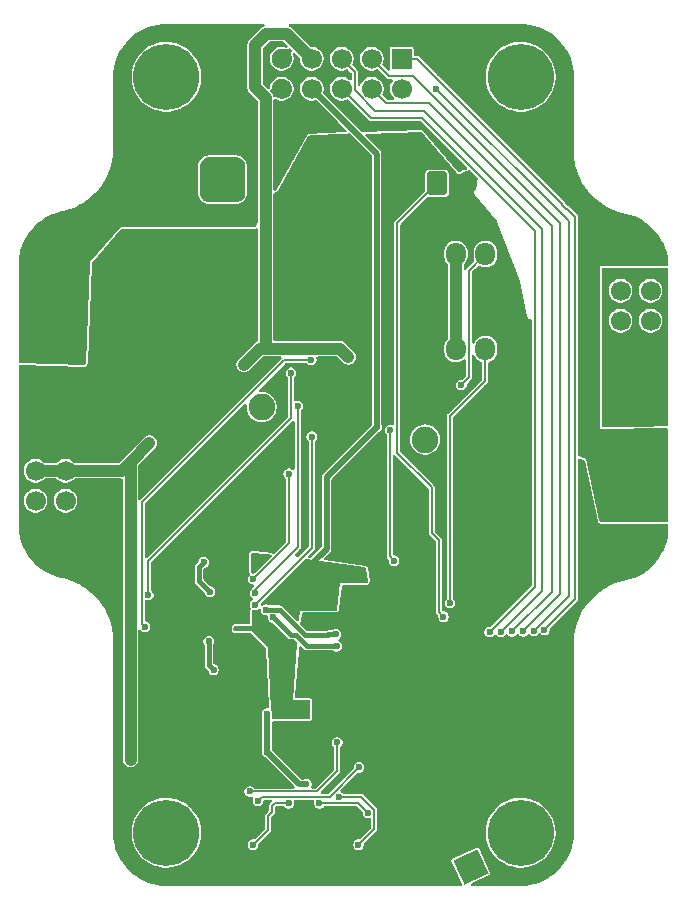
<source format=gbr>
%TF.GenerationSoftware,KiCad,Pcbnew,9.0.1*%
%TF.CreationDate,2025-04-26T03:22:33-04:00*%
%TF.ProjectId,MainBoardPCB,4d61696e-426f-4617-9264-5043422e6b69,rev?*%
%TF.SameCoordinates,Original*%
%TF.FileFunction,Copper,L4,Bot*%
%TF.FilePolarity,Positive*%
%FSLAX46Y46*%
G04 Gerber Fmt 4.6, Leading zero omitted, Abs format (unit mm)*
G04 Created by KiCad (PCBNEW 9.0.1) date 2025-04-26 03:22:33*
%MOMM*%
%LPD*%
G01*
G04 APERTURE LIST*
G04 Aperture macros list*
%AMRoundRect*
0 Rectangle with rounded corners*
0 $1 Rounding radius*
0 $2 $3 $4 $5 $6 $7 $8 $9 X,Y pos of 4 corners*
0 Add a 4 corners polygon primitive as box body*
4,1,4,$2,$3,$4,$5,$6,$7,$8,$9,$2,$3,0*
0 Add four circle primitives for the rounded corners*
1,1,$1+$1,$2,$3*
1,1,$1+$1,$4,$5*
1,1,$1+$1,$6,$7*
1,1,$1+$1,$8,$9*
0 Add four rect primitives between the rounded corners*
20,1,$1+$1,$2,$3,$4,$5,0*
20,1,$1+$1,$4,$5,$6,$7,0*
20,1,$1+$1,$6,$7,$8,$9,0*
20,1,$1+$1,$8,$9,$2,$3,0*%
%AMRotRect*
0 Rectangle, with rotation*
0 The origin of the aperture is its center*
0 $1 length*
0 $2 width*
0 $3 Rotation angle, in degrees counterclockwise*
0 Add horizontal line*
21,1,$1,$2,0,0,$3*%
G04 Aperture macros list end*
%TA.AperFunction,ComponentPad*%
%ADD10RoundRect,0.760000X1.140000X1.140000X-1.140000X1.140000X-1.140000X-1.140000X1.140000X-1.140000X0*%
%TD*%
%TA.AperFunction,ComponentPad*%
%ADD11C,3.800000*%
%TD*%
%TA.AperFunction,ComponentPad*%
%ADD12RotRect,2.250000X2.250000X205.000000*%
%TD*%
%TA.AperFunction,ComponentPad*%
%ADD13C,2.250000*%
%TD*%
%TA.AperFunction,ComponentPad*%
%ADD14R,1.700000X1.700000*%
%TD*%
%TA.AperFunction,ComponentPad*%
%ADD15C,1.700000*%
%TD*%
%TA.AperFunction,ComponentPad*%
%ADD16C,3.600000*%
%TD*%
%TA.AperFunction,ConnectorPad*%
%ADD17C,5.600000*%
%TD*%
%TA.AperFunction,ComponentPad*%
%ADD18R,2.250000X2.250000*%
%TD*%
%TA.AperFunction,ComponentPad*%
%ADD19RoundRect,0.250000X-0.600000X-0.725000X0.600000X-0.725000X0.600000X0.725000X-0.600000X0.725000X0*%
%TD*%
%TA.AperFunction,ComponentPad*%
%ADD20O,1.700000X1.950000*%
%TD*%
%TA.AperFunction,HeatsinkPad*%
%ADD21O,1.350000X1.700000*%
%TD*%
%TA.AperFunction,HeatsinkPad*%
%ADD22O,1.100000X1.500000*%
%TD*%
%TA.AperFunction,HeatsinkPad*%
%ADD23C,0.500000*%
%TD*%
%TA.AperFunction,HeatsinkPad*%
%ADD24R,3.200000X3.200000*%
%TD*%
%TA.AperFunction,ComponentPad*%
%ADD25RoundRect,0.250000X-0.600000X-0.750000X0.600000X-0.750000X0.600000X0.750000X-0.600000X0.750000X0*%
%TD*%
%TA.AperFunction,ComponentPad*%
%ADD26O,1.700000X2.000000*%
%TD*%
%TA.AperFunction,ViaPad*%
%ADD27C,0.600000*%
%TD*%
%TA.AperFunction,Conductor*%
%ADD28C,0.500000*%
%TD*%
%TA.AperFunction,Conductor*%
%ADD29C,0.400000*%
%TD*%
%TA.AperFunction,Conductor*%
%ADD30C,0.200000*%
%TD*%
%TA.AperFunction,Conductor*%
%ADD31C,1.500000*%
%TD*%
%TA.AperFunction,Conductor*%
%ADD32C,1.000000*%
%TD*%
G04 APERTURE END LIST*
D10*
%TO.P,J6,1,Pin_1*%
%TO.N,GND*%
X58300000Y-33700000D03*
D11*
%TO.P,J6,2,Pin_2*%
%TO.N,VAA*%
X53300000Y-33700000D03*
%TD*%
D12*
%TO.P,BTSEL3,1,1*%
%TO.N,Net-(U4-IO0)*%
X79297019Y-91891000D03*
D13*
%TO.P,BTSEL3,2,2*%
%TO.N,GND*%
X76549999Y-86000000D03*
%TD*%
D14*
%TO.P,J4,1,Pin_1*%
%TO.N,VAA*%
X94540000Y-60890000D03*
D15*
%TO.P,J4,2,Pin_2*%
X92000000Y-60890000D03*
%TO.P,J4,3,Pin_3*%
X94540000Y-58350000D03*
%TO.P,J4,4,Pin_4*%
X92000000Y-58350000D03*
%TO.P,J4,5,Pin_5*%
X94540000Y-55810000D03*
%TO.P,J4,6,Pin_6*%
X92000000Y-55810000D03*
%TO.P,J4,7,Pin_7*%
%TO.N,GND*%
X94540000Y-53270000D03*
%TO.P,J4,8,Pin_8*%
X92000000Y-53270000D03*
%TO.P,J4,9,Pin_9*%
X94540000Y-50730000D03*
%TO.P,J4,10,Pin_10*%
X92000000Y-50730000D03*
%TO.P,J4,11,Pin_11*%
X94540000Y-48190000D03*
%TO.P,J4,12,Pin_12*%
X92000000Y-48190000D03*
%TO.P,J4,13,Pin_13*%
%TO.N,+5V*%
X94540000Y-45650000D03*
%TO.P,J4,14,Pin_14*%
X92000000Y-45650000D03*
%TO.P,J4,15,Pin_15*%
%TO.N,/GPIO5*%
X94540000Y-43110000D03*
%TO.P,J4,16,Pin_16*%
%TO.N,/GPIO4*%
X92000000Y-43110000D03*
%TD*%
D16*
%TO.P,H1,1*%
%TO.N,N/C*%
X53535500Y-25000000D03*
D17*
X53535500Y-25000000D03*
%TD*%
D14*
%TO.P,J9,1,Pin_1*%
%TO.N,Net-(J9-Pin_1)*%
X73460000Y-23460000D03*
D15*
%TO.P,J9,2,Pin_2*%
%TO.N,Net-(J9-Pin_2)*%
X73460000Y-26000000D03*
%TO.P,J9,3,Pin_3*%
%TO.N,Net-(J9-Pin_3)*%
X70920000Y-23460000D03*
%TO.P,J9,4,Pin_4*%
%TO.N,Net-(J9-Pin_4)*%
X70920000Y-26000000D03*
%TO.P,J9,5,Pin_5*%
%TO.N,Net-(J9-Pin_5)*%
X68380000Y-23460000D03*
%TO.P,J9,6,Pin_6*%
%TO.N,Net-(J9-Pin_6)*%
X68380000Y-26000000D03*
%TO.P,J9,7,Pin_7*%
%TO.N,+5V*%
X65840000Y-23460000D03*
%TO.P,J9,8,Pin_8*%
%TO.N,+3V3*%
X65840000Y-26000000D03*
%TO.P,J9,9,Pin_9*%
%TO.N,GND*%
X63300000Y-23460000D03*
%TO.P,J9,10,Pin_10*%
X63300000Y-26000000D03*
%TD*%
D18*
%TO.P,BTSEL1,1,1*%
%TO.N,GND*%
X61600000Y-59450000D03*
D13*
%TO.P,BTSEL1,2,2*%
%TO.N,/~{USB_BOOT}*%
X61600000Y-52950000D03*
%TD*%
D19*
%TO.P,J7,1,Pin_1*%
%TO.N,GND*%
X75550000Y-40000000D03*
D20*
%TO.P,J7,2,Pin_2*%
%TO.N,+5V*%
X78050000Y-40000000D03*
%TO.P,J7,3,Pin_3*%
%TO.N,Servo1*%
X80550000Y-40000000D03*
%TD*%
D16*
%TO.P,H2,1*%
%TO.N,N/C*%
X83535500Y-25000000D03*
D17*
X83535500Y-25000000D03*
%TD*%
D21*
%TO.P,J2,6,Shield*%
%TO.N,GND*%
X58230000Y-91470000D03*
D22*
X58540000Y-88470000D03*
X63380000Y-88470000D03*
D21*
X63690000Y-91470000D03*
%TD*%
D19*
%TO.P,J8,1,Pin_1*%
%TO.N,GND*%
X75550000Y-48050000D03*
D20*
%TO.P,J8,2,Pin_2*%
%TO.N,+5V*%
X78050000Y-48050000D03*
%TO.P,J8,3,Pin_3*%
%TO.N,Servo2*%
X80550000Y-48050000D03*
%TD*%
D18*
%TO.P,BTSEL2,1,1*%
%TO.N,GND*%
X81950000Y-55700000D03*
D13*
%TO.P,BTSEL2,2,2*%
%TO.N,Net-(U4-EN)*%
X75450000Y-55700000D03*
%TD*%
D16*
%TO.P,H4,1*%
%TO.N,N/C*%
X53535500Y-89000000D03*
D17*
X53535500Y-89000000D03*
%TD*%
D16*
%TO.P,H3,1*%
%TO.N,N/C*%
X83535500Y-89000000D03*
D17*
X83535500Y-89000000D03*
%TD*%
D21*
%TO.P,J1,6,Shield*%
%TO.N,GND*%
X67920000Y-91500000D03*
D22*
X68230000Y-88500000D03*
X73070000Y-88500000D03*
D21*
X73380000Y-91500000D03*
%TD*%
D14*
%TO.P,J3,1,Pin_1*%
%TO.N,VAA*%
X42460000Y-43110000D03*
D15*
%TO.P,J3,2,Pin_2*%
X45000000Y-43110000D03*
%TO.P,J3,3,Pin_3*%
X42460000Y-45650000D03*
%TO.P,J3,4,Pin_4*%
X45000000Y-45650000D03*
%TO.P,J3,5,Pin_5*%
X42460000Y-48190000D03*
%TO.P,J3,6,Pin_6*%
X45000000Y-48190000D03*
%TO.P,J3,7,Pin_7*%
%TO.N,GND*%
X42460000Y-50730000D03*
%TO.P,J3,8,Pin_8*%
X45000000Y-50730000D03*
%TO.P,J3,9,Pin_9*%
X42460000Y-53270000D03*
%TO.P,J3,10,Pin_10*%
X45000000Y-53270000D03*
%TO.P,J3,11,Pin_11*%
X42460000Y-55810000D03*
%TO.P,J3,12,Pin_12*%
X45000000Y-55810000D03*
%TO.P,J3,13,Pin_13*%
%TO.N,+5V*%
X42460000Y-58350000D03*
%TO.P,J3,14,Pin_14*%
X45000000Y-58350000D03*
%TO.P,J3,15,Pin_15*%
%TO.N,/GPIO5*%
X42460000Y-60890000D03*
%TO.P,J3,16,Pin_16*%
%TO.N,/GPIO4*%
X45000000Y-60890000D03*
%TD*%
D23*
%TO.P,U3,57,GND*%
%TO.N,GND*%
X55175000Y-69337500D03*
X55175000Y-72037500D03*
D24*
X56525000Y-70687500D03*
D23*
X57875000Y-69337500D03*
X57875000Y-72037500D03*
%TD*%
D25*
%TO.P,J5,1,Pin_1*%
%TO.N,RX*%
X76450000Y-34000000D03*
D26*
%TO.P,J5,2,Pin_2*%
%TO.N,GND*%
X78950000Y-34000000D03*
%TD*%
D27*
%TO.N,GND*%
X60100000Y-62100000D03*
X65800000Y-73900000D03*
X71650000Y-75850000D03*
X46250000Y-54600000D03*
X67950000Y-74900000D03*
X53000000Y-77700000D03*
X93350000Y-52100000D03*
X48400000Y-52350000D03*
X73950000Y-73850000D03*
X74050000Y-86900000D03*
X48400000Y-47850000D03*
X67500000Y-55650000D03*
X81750000Y-52200000D03*
X53000000Y-76450000D03*
X66150000Y-50200000D03*
X49400000Y-64350000D03*
X76050000Y-76300000D03*
X65850000Y-89600000D03*
X49300000Y-65650000D03*
X49300000Y-63550000D03*
X76800000Y-52300000D03*
X66550000Y-57300000D03*
X67950000Y-79900000D03*
X53550000Y-62600000D03*
X62400000Y-62100000D03*
X78450000Y-68750000D03*
X61850000Y-64700000D03*
X75500000Y-53200000D03*
X79400000Y-74400000D03*
X65900000Y-88300000D03*
X68800000Y-54650000D03*
X46500000Y-50250000D03*
X55250000Y-80750000D03*
X67950000Y-77550000D03*
X53700000Y-75200000D03*
X74350000Y-54300000D03*
X68500000Y-51850000D03*
X75100000Y-66250000D03*
X43750000Y-59800000D03*
X61850000Y-83050000D03*
X71800000Y-90100000D03*
X73150000Y-86300000D03*
X77050000Y-76100000D03*
X93600000Y-44500000D03*
X81600000Y-78700000D03*
X48600000Y-43850000D03*
X72100000Y-85500000D03*
X52600000Y-60850000D03*
X43700000Y-57000000D03*
X43650000Y-50200000D03*
X55950000Y-68650000D03*
X69800000Y-65050000D03*
X56200000Y-55350000D03*
X56150000Y-80800000D03*
X74050000Y-86000000D03*
X65800000Y-92200000D03*
X81900000Y-82050000D03*
X59700000Y-84800000D03*
X73350000Y-87100000D03*
X72150000Y-47550000D03*
X58800000Y-77450000D03*
X72750000Y-68850000D03*
X68050000Y-61800000D03*
X84200000Y-50600000D03*
X71600000Y-72950000D03*
X58650000Y-62550000D03*
X67950000Y-74100000D03*
X68000000Y-76600000D03*
X67650000Y-49500000D03*
X81400000Y-75100000D03*
X65800000Y-74900000D03*
X67350000Y-36550000D03*
X76950000Y-82150000D03*
X68400000Y-62500000D03*
X43800000Y-52000000D03*
X43800000Y-63150000D03*
X71500000Y-64800000D03*
X73350000Y-85450000D03*
X58550000Y-80950000D03*
X46400000Y-59700000D03*
X65800000Y-75800000D03*
X84100000Y-48850000D03*
X93200000Y-49450000D03*
X48050000Y-55550000D03*
X55400000Y-59200000D03*
X79400000Y-73000000D03*
X65950000Y-90650000D03*
X52950000Y-80050000D03*
X53000000Y-65900000D03*
X66900000Y-71600000D03*
X60000000Y-81150000D03*
X68050000Y-64000000D03*
X78100000Y-76200000D03*
X73950000Y-75200000D03*
X53450000Y-60000000D03*
X67950000Y-75700000D03*
X84200000Y-52500000D03*
X58150000Y-83500000D03*
X57050000Y-54000000D03*
X67950000Y-78650000D03*
X68200000Y-60000000D03*
X73700000Y-82000000D03*
X93200000Y-46950000D03*
X70500000Y-49700000D03*
X67300000Y-83200000D03*
X52900000Y-78850000D03*
X43650000Y-54450000D03*
X72050000Y-86700000D03*
X54600000Y-68900000D03*
X74350000Y-51700000D03*
X62050000Y-83950000D03*
X46200000Y-51950000D03*
X60100000Y-77300000D03*
X71800000Y-81050000D03*
X55850000Y-72700000D03*
X73950000Y-73050000D03*
X74500000Y-75900000D03*
X80700000Y-51350000D03*
X54500000Y-70700000D03*
X65800000Y-76900000D03*
%TO.N,+3V3*%
X63300000Y-72500000D03*
X64250000Y-68850000D03*
X71350000Y-54650000D03*
X64200000Y-67700000D03*
X62650000Y-72000000D03*
X63600000Y-78950000D03*
X65100000Y-66950000D03*
X66250000Y-69000000D03*
X63700000Y-77550000D03*
X61150000Y-66450000D03*
%TO.N,+1V1*%
X57227500Y-68577500D03*
X57527500Y-75177500D03*
X57127470Y-72777500D03*
X56700000Y-66100000D03*
%TO.N,/GPIO5*%
X51700000Y-71550000D03*
X65800000Y-48950000D03*
%TO.N,/GPIO4*%
X64100000Y-50050000D03*
X52000000Y-68850000D03*
%TO.N,/USB_D+*%
X68150000Y-85950000D03*
X69800000Y-90000000D03*
%TO.N,/USB_D-*%
X66500000Y-86500000D03*
X70600000Y-87300000D03*
%TO.N,VUSB*%
X63900000Y-86499999D03*
X60880000Y-90000000D03*
%TO.N,VAA*%
X45900000Y-40450000D03*
X45800000Y-46750000D03*
X89525000Y-55575000D03*
X45650000Y-44500000D03*
X43700000Y-47600000D03*
X93400000Y-61300000D03*
X59100000Y-21200000D03*
X41450000Y-44600000D03*
X43750000Y-48700000D03*
X95700000Y-55100000D03*
X55450000Y-21200000D03*
X85550000Y-22050000D03*
X82150000Y-21450000D03*
X53550000Y-29450000D03*
X43700000Y-38050000D03*
X50550000Y-29850000D03*
X48000000Y-38650000D03*
X86600000Y-28000000D03*
X92850000Y-59300000D03*
X89300000Y-47900000D03*
X73850000Y-21300000D03*
X89300000Y-41550000D03*
X91950000Y-39600000D03*
X43850000Y-44400000D03*
X66950000Y-21300000D03*
X90900000Y-59600000D03*
X89950000Y-59000000D03*
X41700000Y-40350000D03*
X95500000Y-57050000D03*
X43800000Y-46250000D03*
X86400000Y-33200000D03*
X87600000Y-35600000D03*
X89300000Y-51150000D03*
X41650000Y-46950000D03*
X86000000Y-30100000D03*
X93000000Y-56950000D03*
%TO.N,+5V*%
X68950000Y-48700000D03*
X50500000Y-82800000D03*
X52100000Y-56000000D03*
X60100000Y-49350000D03*
%TO.N,Net-(D3-K)*%
X62050000Y-82150000D03*
X65400000Y-84900000D03*
X62050000Y-78900000D03*
%TO.N,D+*%
X69850000Y-83450000D03*
X61300000Y-86300000D03*
%TO.N,D-*%
X60600000Y-85500000D03*
X68000000Y-81350000D03*
%TO.N,GYROSCL*%
X64650000Y-52850000D03*
X61032282Y-68682282D03*
%TO.N,GYROSDA*%
X61062500Y-69687500D03*
X65850000Y-55450000D03*
%TO.N,Net-(J9-Pin_1)*%
X85550000Y-71800000D03*
%TO.N,Net-(J9-Pin_3)*%
X83750000Y-71950000D03*
%TO.N,BATT_READ*%
X63900000Y-58600000D03*
X60900000Y-67500000D03*
%TO.N,RX*%
X77000000Y-70700000D03*
%TO.N,Servo2*%
X77550000Y-69550000D03*
%TO.N,Servo1*%
X72800000Y-65950000D03*
X72500000Y-54900000D03*
X78500000Y-51100000D03*
%TO.N,Net-(J9-Pin_2)*%
X84650000Y-71900000D03*
X76400000Y-26000000D03*
%TO.N,Net-(J9-Pin_5)*%
X81850000Y-72000000D03*
%TO.N,Net-(J9-Pin_4)*%
X82800000Y-71950000D03*
%TO.N,Net-(J9-Pin_6)*%
X80900000Y-72000000D03*
%TO.N,2040RX*%
X62000000Y-70100000D03*
X67900000Y-72200000D03*
%TO.N,2040TX*%
X67950000Y-73200000D03*
X62550000Y-70750000D03*
%TD*%
D28*
%TO.N,+3V3*%
X67100000Y-64650000D02*
X67100000Y-58900000D01*
X67100000Y-58900000D02*
X71350000Y-54650000D01*
X67100000Y-64950000D02*
X67100000Y-64650000D01*
X71350000Y-54650000D02*
X71350000Y-31510000D01*
X71350000Y-31510000D02*
X65840000Y-26000000D01*
X67025000Y-65025000D02*
X67100000Y-64950000D01*
X65100000Y-66950000D02*
X67025000Y-65025000D01*
D29*
%TO.N,+1V1*%
X57527500Y-75177500D02*
X57117500Y-74767500D01*
X57117500Y-72787470D02*
X57127470Y-72777500D01*
X56700000Y-66100000D02*
X56327500Y-66472500D01*
X56327500Y-67687500D02*
X57217500Y-68577500D01*
X57217500Y-68577500D02*
X57227500Y-68577500D01*
X56327500Y-66472500D02*
X56327500Y-67687500D01*
X57117500Y-74767500D02*
X57117500Y-72787470D01*
D30*
%TO.N,/GPIO5*%
X51449000Y-61021768D02*
X63470768Y-49000000D01*
X51700000Y-71550000D02*
X51449000Y-71299000D01*
X65750000Y-49000000D02*
X65800000Y-48950000D01*
X51449000Y-71299000D02*
X51449000Y-61021768D01*
X63470768Y-49000000D02*
X65750000Y-49000000D01*
%TO.N,/GPIO4*%
X64100000Y-50050000D02*
X64100000Y-53870768D01*
X64100000Y-53870768D02*
X52000000Y-65970768D01*
X52000000Y-65970768D02*
X52000000Y-68850000D01*
%TO.N,/USB_D+*%
X69800000Y-90000000D02*
X71151000Y-88649000D01*
X71151000Y-87071768D02*
X70029232Y-85950000D01*
X70029232Y-85950000D02*
X68150000Y-85950000D01*
X71151000Y-88649000D02*
X71151000Y-87071768D01*
%TO.N,/USB_D-*%
X70600000Y-87300000D02*
X69800000Y-86500000D01*
X69800000Y-86500000D02*
X66500000Y-86500000D01*
%TO.N,VUSB*%
X63900000Y-86499999D02*
X62700001Y-86499999D01*
X62700001Y-86499999D02*
X62450000Y-86750000D01*
X62450000Y-87270000D02*
X62160000Y-87560000D01*
X62450000Y-86750000D02*
X62450000Y-87270000D01*
X62160000Y-88720000D02*
X60880000Y-90000000D01*
X62160000Y-87560000D02*
X62160000Y-88720000D01*
D31*
%TO.N,VAA*%
X89760000Y-55810000D02*
X92000000Y-55810000D01*
X89300000Y-47900000D02*
X89300000Y-51150000D01*
X89525000Y-55575000D02*
X89760000Y-55810000D01*
X89300000Y-55350000D02*
X89525000Y-55575000D01*
X89300000Y-41550000D02*
X89300000Y-47900000D01*
X89300000Y-51150000D02*
X89300000Y-55350000D01*
D32*
%TO.N,+5V*%
X61050000Y-25872735D02*
X61050000Y-22300000D01*
X61451000Y-47999000D02*
X62050000Y-47999000D01*
X62050000Y-47999000D02*
X61950000Y-47899000D01*
X50500000Y-57600000D02*
X52100000Y-56000000D01*
X60100000Y-49350000D02*
X61451000Y-47999000D01*
X49750000Y-58350000D02*
X45000000Y-58350000D01*
X45000000Y-58350000D02*
X42460000Y-58350000D01*
X68249000Y-47999000D02*
X68950000Y-48700000D01*
X50500000Y-82800000D02*
X50500000Y-57600000D01*
X50500000Y-57600000D02*
X49750000Y-58350000D01*
X63730000Y-21350000D02*
X65840000Y-23460000D01*
X61950000Y-26772735D02*
X61050000Y-25872735D01*
X62050000Y-47999000D02*
X68249000Y-47999000D01*
X61950000Y-47899000D02*
X61950000Y-26772735D01*
X62000000Y-21350000D02*
X63730000Y-21350000D01*
X61050000Y-22300000D02*
X62000000Y-21350000D01*
X78050000Y-48050000D02*
X78050000Y-40000000D01*
D28*
%TO.N,Net-(D3-K)*%
X62050000Y-82150000D02*
X62050000Y-78900000D01*
X64800000Y-84900000D02*
X62050000Y-82150000D01*
X65400000Y-84900000D02*
X64800000Y-84900000D01*
D30*
%TO.N,D+*%
X61300000Y-86300000D02*
X61650000Y-85950000D01*
X61650000Y-85950000D02*
X67350000Y-85950000D01*
X67350000Y-85950000D02*
X69850000Y-83450000D01*
%TO.N,D-*%
X68000000Y-83800000D02*
X68000000Y-81350000D01*
X66300000Y-85500000D02*
X68000000Y-83800000D01*
X60600000Y-85500000D02*
X66300000Y-85500000D01*
%TO.N,GYROSCL*%
X64650000Y-52850000D02*
X64650000Y-64800000D01*
X64650000Y-64800000D02*
X61032282Y-68417718D01*
X61032282Y-68417718D02*
X61032282Y-68682282D01*
%TO.N,GYROSDA*%
X65850000Y-64900000D02*
X61062500Y-69687500D01*
X65850000Y-55450000D02*
X65850000Y-64900000D01*
%TO.N,Net-(J9-Pin_1)*%
X87049000Y-35828232D02*
X87049000Y-35749000D01*
X87371768Y-36151000D02*
X87049000Y-35828232D01*
X85550000Y-71800000D02*
X88151000Y-69199000D01*
X87049000Y-35749000D02*
X74760000Y-23460000D01*
X87451000Y-36151000D02*
X87371768Y-36151000D01*
X88151000Y-69199000D02*
X88151000Y-36851000D01*
X74760000Y-23460000D02*
X73460000Y-23460000D01*
X88151000Y-36851000D02*
X87451000Y-36151000D01*
%TO.N,Net-(J9-Pin_3)*%
X72359000Y-24899000D02*
X70920000Y-23460000D01*
X74399000Y-24899000D02*
X72359000Y-24899000D01*
X86900000Y-37400000D02*
X74399000Y-24899000D01*
X83750000Y-71950000D02*
X86900000Y-68800000D01*
X86900000Y-68800000D02*
X86900000Y-37400000D01*
%TO.N,BATT_READ*%
X60900000Y-67500000D02*
X63900000Y-64500000D01*
X63900000Y-64500000D02*
X63900000Y-58600000D01*
%TO.N,RX*%
X76600000Y-64200000D02*
X76000000Y-63600000D01*
X76600000Y-70300000D02*
X76600000Y-64200000D01*
X73100000Y-37350000D02*
X76450000Y-34000000D01*
X76000000Y-59750000D02*
X73100000Y-56850000D01*
X73100000Y-56850000D02*
X73100000Y-37350000D01*
X76000000Y-63600000D02*
X76000000Y-59750000D01*
X77000000Y-70700000D02*
X76600000Y-70300000D01*
%TO.N,Servo2*%
X77550000Y-53720768D02*
X80550000Y-50720768D01*
X80550000Y-50720768D02*
X80550000Y-48050000D01*
X77550000Y-69550000D02*
X77550000Y-53720768D01*
%TO.N,Servo1*%
X72450000Y-65600000D02*
X72450000Y-55200000D01*
X72450000Y-55200000D02*
X72500000Y-55150000D01*
X79151000Y-41399000D02*
X80550000Y-40000000D01*
X72800000Y-65950000D02*
X72450000Y-65600000D01*
X78500000Y-51100000D02*
X79151000Y-50449000D01*
X79151000Y-50449000D02*
X79151000Y-41399000D01*
X72500000Y-55150000D02*
X72500000Y-54900000D01*
%TO.N,Net-(J9-Pin_2)*%
X87600000Y-37200000D02*
X87600000Y-68950000D01*
X76400000Y-26000000D02*
X87600000Y-37200000D01*
X87600000Y-68950000D02*
X84650000Y-71900000D01*
%TO.N,Net-(J9-Pin_5)*%
X75350000Y-27850000D02*
X71212950Y-27850000D01*
X81850000Y-72000000D02*
X85350000Y-68500000D01*
X85350000Y-68500000D02*
X85350000Y-37850000D01*
X85350000Y-37850000D02*
X75350000Y-27850000D01*
X71212950Y-27850000D02*
X69481000Y-26118050D01*
X69481000Y-24561000D02*
X68380000Y-23460000D01*
X69481000Y-26118050D02*
X69481000Y-24561000D01*
%TO.N,Net-(J9-Pin_4)*%
X75750000Y-27200000D02*
X72120000Y-27200000D01*
X86150000Y-68600000D02*
X86150000Y-37600000D01*
X82800000Y-71950000D02*
X86150000Y-68600000D01*
X86150000Y-37600000D02*
X75750000Y-27200000D01*
X72120000Y-27200000D02*
X70920000Y-26000000D01*
%TO.N,Net-(J9-Pin_6)*%
X84750000Y-68150000D02*
X84750000Y-38050000D01*
X75200000Y-28500000D02*
X70880000Y-28500000D01*
X84750000Y-38050000D02*
X75250000Y-28550000D01*
X70880000Y-28500000D02*
X68380000Y-26000000D01*
X75250000Y-28550000D02*
X75200000Y-28500000D01*
X80900000Y-72000000D02*
X84750000Y-68150000D01*
D29*
%TO.N,2040RX*%
X67900000Y-72200000D02*
X67250000Y-72200000D01*
X63129232Y-70100000D02*
X62000000Y-70100000D01*
X65280232Y-72251000D02*
X63129232Y-70100000D01*
X67199000Y-72251000D02*
X65280232Y-72251000D01*
X67250000Y-72200000D02*
X67199000Y-72251000D01*
%TO.N,2040TX*%
X64500000Y-72250000D02*
X65450000Y-73200000D01*
X62550000Y-70750000D02*
X64050000Y-72250000D01*
X64050000Y-72250000D02*
X64500000Y-72250000D01*
X65450000Y-73200000D02*
X67950000Y-73200000D01*
%TD*%
%TA.AperFunction,Conductor*%
%TO.N,+3V3*%
G36*
X61468834Y-70020782D02*
G01*
X61524767Y-70062654D01*
X61549184Y-70128118D01*
X61549500Y-70136964D01*
X61549500Y-70159309D01*
X61580201Y-70273886D01*
X61639511Y-70376613D01*
X61723387Y-70460489D01*
X61826114Y-70519799D01*
X61940691Y-70550500D01*
X61940694Y-70550500D01*
X61976562Y-70550500D01*
X62043601Y-70570185D01*
X62089356Y-70622989D01*
X62098282Y-70682564D01*
X62099500Y-70682564D01*
X62099500Y-70690691D01*
X62099500Y-70809309D01*
X62130201Y-70923886D01*
X62189511Y-71026613D01*
X62273387Y-71110489D01*
X62376114Y-71169799D01*
X62477897Y-71197071D01*
X62533482Y-71229164D01*
X63153819Y-71849500D01*
X63769531Y-72465212D01*
X63834788Y-72530469D01*
X63834791Y-72530470D01*
X63834794Y-72530473D01*
X63914706Y-72576611D01*
X63914707Y-72576611D01*
X63914712Y-72576614D01*
X64003856Y-72600500D01*
X64303456Y-72600500D01*
X64370495Y-72620185D01*
X64391137Y-72636819D01*
X64599954Y-72845636D01*
X64633439Y-72906959D01*
X64635901Y-72942912D01*
X64264999Y-77721842D01*
X64265000Y-77721843D01*
X65601000Y-77721843D01*
X65668039Y-77741528D01*
X65713794Y-77794332D01*
X65725000Y-77845843D01*
X65725000Y-79247843D01*
X65705315Y-79314882D01*
X65652511Y-79360637D01*
X65601000Y-79371843D01*
X62574500Y-79371843D01*
X62565814Y-79369292D01*
X62556853Y-79370581D01*
X62532812Y-79359602D01*
X62507461Y-79352158D01*
X62501533Y-79345317D01*
X62493297Y-79341556D01*
X62479007Y-79319321D01*
X62461706Y-79299354D01*
X62459418Y-79288839D01*
X62455523Y-79282778D01*
X62450500Y-79247843D01*
X62450500Y-79140537D01*
X62467113Y-79078537D01*
X62469799Y-79073886D01*
X62500500Y-78959309D01*
X62500500Y-78840691D01*
X62469799Y-78726114D01*
X62427998Y-78653713D01*
X62411539Y-78597871D01*
X62147500Y-73284342D01*
X60750000Y-71884343D01*
X60749999Y-71884343D01*
X59343044Y-71929728D01*
X59325776Y-71925256D01*
X59307952Y-71925830D01*
X59292658Y-71916682D01*
X59275405Y-71912215D01*
X59263296Y-71899119D01*
X59247991Y-71889964D01*
X59240070Y-71873999D01*
X59227971Y-71860913D01*
X59224864Y-71843349D01*
X59216939Y-71827374D01*
X59215805Y-71792127D01*
X59215803Y-71792113D01*
X59215805Y-71792098D01*
X59237745Y-71594649D01*
X59264712Y-71530193D01*
X59322246Y-71490550D01*
X59360986Y-71484343D01*
X60800000Y-71484343D01*
X60800000Y-71484342D01*
X60795884Y-71229164D01*
X60779958Y-70241777D01*
X60798559Y-70174432D01*
X60850618Y-70127831D01*
X60919607Y-70116773D01*
X60936025Y-70120002D01*
X61003191Y-70138000D01*
X61003194Y-70138000D01*
X61121806Y-70138000D01*
X61121809Y-70138000D01*
X61236386Y-70107299D01*
X61339113Y-70047989D01*
X61339120Y-70047981D01*
X61345559Y-70043042D01*
X61346648Y-70044461D01*
X61399142Y-70015798D01*
X61468834Y-70020782D01*
G37*
%TD.AperFunction*%
%TA.AperFunction,Conductor*%
G36*
X70353140Y-66522481D02*
G01*
X70416881Y-66551091D01*
X70455037Y-66609622D01*
X70459453Y-66630946D01*
X70584180Y-67698887D01*
X70572405Y-67767757D01*
X70525265Y-67819328D01*
X70463655Y-67837243D01*
X68250000Y-67884343D01*
X68249999Y-67884343D01*
X68012022Y-70073742D01*
X67985208Y-70138262D01*
X67927769Y-70178043D01*
X67888748Y-70184343D01*
X64850000Y-70184343D01*
X64788683Y-70974374D01*
X64763870Y-71039689D01*
X64707684Y-71081221D01*
X64637963Y-71085783D01*
X64577374Y-71052460D01*
X63344445Y-69819531D01*
X63344440Y-69819527D01*
X63264522Y-69773387D01*
X63264521Y-69773386D01*
X63264520Y-69773386D01*
X63175376Y-69749500D01*
X63175375Y-69749500D01*
X62327140Y-69749500D01*
X62265140Y-69732887D01*
X62173886Y-69680201D01*
X62059309Y-69649500D01*
X61940691Y-69649500D01*
X61826114Y-69680201D01*
X61826112Y-69680201D01*
X61826112Y-69680202D01*
X61723387Y-69739511D01*
X61716941Y-69744458D01*
X61715851Y-69743038D01*
X61705244Y-69748829D01*
X61688511Y-69763330D01*
X61675179Y-69765246D01*
X61663358Y-69771702D01*
X61641271Y-69770122D01*
X61619353Y-69773274D01*
X61607101Y-69767678D01*
X61593666Y-69766718D01*
X61575939Y-69753447D01*
X61555797Y-69744249D01*
X61548514Y-69732917D01*
X61537733Y-69724846D01*
X61529995Y-69704100D01*
X61518023Y-69685471D01*
X61514871Y-69663552D01*
X61513316Y-69659382D01*
X61513000Y-69650536D01*
X61513000Y-69642622D01*
X61532685Y-69575583D01*
X61549319Y-69554941D01*
X63336503Y-67767757D01*
X65234292Y-65869968D01*
X65295611Y-65836486D01*
X65338815Y-65834802D01*
X70353140Y-66522481D01*
G37*
%TD.AperFunction*%
%TA.AperFunction,Conductor*%
G36*
X61894770Y-65362788D02*
G01*
X61903494Y-65363672D01*
X62340739Y-65423637D01*
X62404480Y-65452247D01*
X62442636Y-65510778D01*
X62443091Y-65580646D01*
X62411570Y-65634167D01*
X61032557Y-67013181D01*
X61005629Y-67027884D01*
X60979811Y-67044477D01*
X60973610Y-67045368D01*
X60971234Y-67046666D01*
X60944876Y-67049500D01*
X60850486Y-67049500D01*
X60783447Y-67029815D01*
X60737692Y-66977011D01*
X60726502Y-66927502D01*
X60702170Y-65418892D01*
X60720771Y-65351545D01*
X60772830Y-65304944D01*
X60834276Y-65293159D01*
X61894770Y-65362788D01*
G37*
%TD.AperFunction*%
%TD*%
%TA.AperFunction,Conductor*%
%TO.N,VAA*%
G36*
X83538088Y-20500616D02*
G01*
X83920915Y-20517277D01*
X83931632Y-20518211D01*
X84308878Y-20567711D01*
X84319483Y-20569574D01*
X84691015Y-20651662D01*
X84701412Y-20654439D01*
X85064396Y-20768487D01*
X85074525Y-20772160D01*
X85077855Y-20773535D01*
X85426222Y-20917307D01*
X85436000Y-20921850D01*
X85773760Y-21097001D01*
X85783104Y-21102374D01*
X86104364Y-21306199D01*
X86113198Y-21312358D01*
X86123159Y-21319967D01*
X86415558Y-21543337D01*
X86423833Y-21550249D01*
X86704960Y-21806597D01*
X86712604Y-21814201D01*
X86970414Y-22094017D01*
X86977368Y-22102257D01*
X87189801Y-22377388D01*
X87209889Y-22403404D01*
X87216090Y-22412200D01*
X87389778Y-22682863D01*
X87421576Y-22732415D01*
X87426998Y-22741733D01*
X87603889Y-23078585D01*
X87608483Y-23088340D01*
X87755444Y-23439287D01*
X87759170Y-23449399D01*
X87765027Y-23467708D01*
X87875088Y-23811786D01*
X87877923Y-23822189D01*
X87961919Y-24193264D01*
X87963840Y-24203874D01*
X88015284Y-24580847D01*
X88016276Y-24591583D01*
X88034887Y-24973847D01*
X88035034Y-24979877D01*
X88035034Y-31207711D01*
X88034955Y-31264087D01*
X88034743Y-31416006D01*
X88034744Y-31416032D01*
X88069857Y-31858407D01*
X88069860Y-31858432D01*
X88140492Y-32296549D01*
X88140494Y-32296559D01*
X88169976Y-32416782D01*
X88246194Y-32727585D01*
X88246199Y-32727600D01*
X88246201Y-32727607D01*
X88386270Y-33148697D01*
X88386271Y-33148699D01*
X88482881Y-33376086D01*
X88559813Y-33557158D01*
X88653669Y-33736387D01*
X88765695Y-33950314D01*
X88765700Y-33950323D01*
X89002569Y-34325596D01*
X89002570Y-34325598D01*
X89002573Y-34325602D01*
X89002575Y-34325605D01*
X89268916Y-34680596D01*
X89268920Y-34680601D01*
X89268925Y-34680607D01*
X89268930Y-34680613D01*
X89541189Y-34988342D01*
X89562987Y-35012980D01*
X89882877Y-35320596D01*
X90226506Y-35601445D01*
X90591641Y-35853702D01*
X90975909Y-36075726D01*
X91376813Y-36266076D01*
X91376825Y-36266080D01*
X91376826Y-36266081D01*
X91412213Y-36279507D01*
X91791747Y-36423513D01*
X92218015Y-36547016D01*
X92218024Y-36547017D01*
X92218036Y-36547021D01*
X92361942Y-36576403D01*
X92361950Y-36576404D01*
X92370854Y-36578222D01*
X92370864Y-36578228D01*
X92392278Y-36582599D01*
X92392822Y-36582887D01*
X92432584Y-36590839D01*
X92438221Y-36592103D01*
X92803852Y-36683197D01*
X92814022Y-36686198D01*
X93168249Y-36807433D01*
X93178107Y-36811286D01*
X93520665Y-36962353D01*
X93530162Y-36967035D01*
X93858573Y-37146843D01*
X93867634Y-37152322D01*
X94179442Y-37359524D01*
X94188018Y-37365767D01*
X94480993Y-37598881D01*
X94488979Y-37605814D01*
X94760948Y-37863112D01*
X94768335Y-37870725D01*
X94818007Y-37926507D01*
X95017308Y-38150323D01*
X95024018Y-38158541D01*
X95232916Y-38437981D01*
X95248178Y-38458396D01*
X95254159Y-38467156D01*
X95329012Y-38587522D01*
X95451860Y-38785065D01*
X95457073Y-38794306D01*
X95626881Y-39127966D01*
X95631284Y-39137618D01*
X95771948Y-39484567D01*
X95775510Y-39494561D01*
X95886001Y-39852267D01*
X95888695Y-39862528D01*
X95968202Y-40228358D01*
X95970010Y-40238813D01*
X96017956Y-40610113D01*
X96018863Y-40620683D01*
X96029579Y-40870690D01*
X96012784Y-40938511D01*
X95961987Y-40986485D01*
X95905693Y-41000000D01*
X90250000Y-41000000D01*
X90250000Y-54800000D01*
X95910012Y-54753223D01*
X95977209Y-54772352D01*
X96023399Y-54824776D01*
X96035034Y-54877218D01*
X96035034Y-62536000D01*
X96015349Y-62603039D01*
X95962545Y-62648794D01*
X95911034Y-62660000D01*
X90320573Y-62660000D01*
X90253534Y-62640315D01*
X90207779Y-62587511D01*
X90199243Y-62561591D01*
X90193845Y-62536000D01*
X89100000Y-57350000D01*
X89099999Y-57349999D01*
X88484537Y-57134587D01*
X88427764Y-57093861D01*
X88402021Y-57028907D01*
X88401500Y-57017549D01*
X88401500Y-36801173D01*
X88401499Y-36801170D01*
X88369487Y-36723886D01*
X88363364Y-36709103D01*
X88292897Y-36638636D01*
X87592897Y-35938636D01*
X87500828Y-35900500D01*
X87489544Y-35895826D01*
X87490547Y-35893402D01*
X87489375Y-35892788D01*
X87470901Y-35888770D01*
X87445851Y-35870018D01*
X87444220Y-35869165D01*
X87442712Y-35867684D01*
X87332378Y-35757349D01*
X87306293Y-35709578D01*
X87304174Y-35710456D01*
X87299500Y-35699172D01*
X87261364Y-35607103D01*
X87190897Y-35536636D01*
X76488557Y-24834296D01*
X80585000Y-24834296D01*
X80585000Y-25165703D01*
X80622101Y-25494991D01*
X80622104Y-25495005D01*
X80695846Y-25818093D01*
X80695849Y-25818101D01*
X80805299Y-26130890D01*
X80949082Y-26429458D01*
X80949084Y-26429461D01*
X81125396Y-26710060D01*
X81332016Y-26969153D01*
X81566347Y-27203484D01*
X81825440Y-27410104D01*
X82106039Y-27586416D01*
X82404613Y-27730202D01*
X82639537Y-27812405D01*
X82717398Y-27839650D01*
X82717406Y-27839653D01*
X82717409Y-27839653D01*
X82717410Y-27839654D01*
X83040494Y-27913396D01*
X83040503Y-27913397D01*
X83040508Y-27913398D01*
X83260033Y-27938132D01*
X83369797Y-27950499D01*
X83369800Y-27950500D01*
X83369803Y-27950500D01*
X83701200Y-27950500D01*
X83701201Y-27950499D01*
X83869496Y-27931537D01*
X84030491Y-27913398D01*
X84030494Y-27913397D01*
X84030506Y-27913396D01*
X84353590Y-27839654D01*
X84666387Y-27730202D01*
X84964961Y-27586416D01*
X85245560Y-27410104D01*
X85504653Y-27203484D01*
X85738984Y-26969153D01*
X85945604Y-26710060D01*
X86121916Y-26429461D01*
X86265702Y-26130887D01*
X86375154Y-25818090D01*
X86448896Y-25495006D01*
X86450879Y-25477413D01*
X86471865Y-25291147D01*
X86486000Y-25165697D01*
X86486000Y-24834303D01*
X86457443Y-24580847D01*
X86448898Y-24505008D01*
X86448897Y-24505003D01*
X86448896Y-24504994D01*
X86375154Y-24181910D01*
X86265702Y-23869113D01*
X86121916Y-23570539D01*
X85945604Y-23289940D01*
X85738984Y-23030847D01*
X85504653Y-22796516D01*
X85245560Y-22589896D01*
X85018270Y-22447080D01*
X84964958Y-22413582D01*
X84666390Y-22269799D01*
X84353601Y-22160349D01*
X84353593Y-22160346D01*
X84099086Y-22102257D01*
X84030506Y-22086604D01*
X84030503Y-22086603D01*
X84030491Y-22086601D01*
X83701203Y-22049500D01*
X83701197Y-22049500D01*
X83369803Y-22049500D01*
X83369796Y-22049500D01*
X83040508Y-22086601D01*
X83040494Y-22086604D01*
X82717406Y-22160346D01*
X82717398Y-22160349D01*
X82404609Y-22269799D01*
X82106041Y-22413582D01*
X81825441Y-22589895D01*
X81566347Y-22796515D01*
X81332015Y-23030847D01*
X81125395Y-23289941D01*
X80949082Y-23570541D01*
X80805299Y-23869109D01*
X80695849Y-24181898D01*
X80695846Y-24181906D01*
X80622104Y-24504994D01*
X80622101Y-24505008D01*
X80585000Y-24834296D01*
X76488557Y-24834296D01*
X74901897Y-23247636D01*
X74809829Y-23209500D01*
X74809828Y-23209500D01*
X74584500Y-23209500D01*
X74517461Y-23189815D01*
X74471706Y-23137011D01*
X74460500Y-23085500D01*
X74460500Y-22595177D01*
X74451768Y-22551282D01*
X74451767Y-22551281D01*
X74451767Y-22551278D01*
X74418504Y-22501496D01*
X74413197Y-22497950D01*
X74368724Y-22468234D01*
X74368717Y-22468231D01*
X74324822Y-22459500D01*
X74324820Y-22459500D01*
X72595180Y-22459500D01*
X72595178Y-22459500D01*
X72551282Y-22468231D01*
X72551275Y-22468234D01*
X72501496Y-22501495D01*
X72501495Y-22501496D01*
X72468234Y-22551275D01*
X72468231Y-22551282D01*
X72459500Y-22595177D01*
X72459500Y-24324822D01*
X72460097Y-24330885D01*
X72458676Y-24331024D01*
X72453080Y-24393484D01*
X72410212Y-24448657D01*
X72344320Y-24471895D01*
X72276324Y-24455820D01*
X72250014Y-24435753D01*
X71848097Y-24033836D01*
X71814612Y-23972513D01*
X71819596Y-23902821D01*
X71821217Y-23898703D01*
X71847810Y-23834500D01*
X71882051Y-23751835D01*
X71918113Y-23570541D01*
X71920500Y-23558543D01*
X71920500Y-23361456D01*
X71882052Y-23168170D01*
X71882051Y-23168169D01*
X71882051Y-23168165D01*
X71848987Y-23088340D01*
X71806635Y-22986092D01*
X71806628Y-22986079D01*
X71697139Y-22822218D01*
X71697136Y-22822214D01*
X71557785Y-22682863D01*
X71557781Y-22682860D01*
X71393920Y-22573371D01*
X71393907Y-22573364D01*
X71211839Y-22497950D01*
X71211829Y-22497947D01*
X71018543Y-22459500D01*
X71018541Y-22459500D01*
X70821459Y-22459500D01*
X70821457Y-22459500D01*
X70628170Y-22497947D01*
X70628160Y-22497950D01*
X70446092Y-22573364D01*
X70446079Y-22573371D01*
X70282218Y-22682860D01*
X70282214Y-22682863D01*
X70142863Y-22822214D01*
X70142860Y-22822218D01*
X70033371Y-22986079D01*
X70033364Y-22986092D01*
X69957950Y-23168160D01*
X69957947Y-23168170D01*
X69919500Y-23361456D01*
X69919500Y-23361459D01*
X69919500Y-23558541D01*
X69919500Y-23558543D01*
X69919499Y-23558543D01*
X69957947Y-23751829D01*
X69957950Y-23751839D01*
X70033364Y-23933907D01*
X70033371Y-23933920D01*
X70142860Y-24097781D01*
X70142863Y-24097785D01*
X70282214Y-24237136D01*
X70282218Y-24237139D01*
X70446079Y-24346628D01*
X70446092Y-24346635D01*
X70621045Y-24419102D01*
X70628165Y-24422051D01*
X70628169Y-24422051D01*
X70628170Y-24422052D01*
X70821456Y-24460500D01*
X70821459Y-24460500D01*
X71018543Y-24460500D01*
X71148582Y-24434632D01*
X71211835Y-24422051D01*
X71340596Y-24368717D01*
X71358703Y-24361217D01*
X71428172Y-24353748D01*
X71490651Y-24385023D01*
X71493836Y-24388097D01*
X72146636Y-25040897D01*
X72217103Y-25111364D01*
X72309172Y-25149500D01*
X72596216Y-25149500D01*
X72663255Y-25169185D01*
X72709010Y-25221989D01*
X72718954Y-25291147D01*
X72689929Y-25354703D01*
X72683897Y-25361181D01*
X72682863Y-25362214D01*
X72682860Y-25362218D01*
X72573371Y-25526079D01*
X72573364Y-25526092D01*
X72497950Y-25708160D01*
X72497947Y-25708170D01*
X72459500Y-25901456D01*
X72459500Y-25901459D01*
X72459500Y-26098541D01*
X72459500Y-26098543D01*
X72459499Y-26098543D01*
X72497947Y-26291829D01*
X72497950Y-26291839D01*
X72573364Y-26473907D01*
X72573371Y-26473920D01*
X72682860Y-26637781D01*
X72682863Y-26637785D01*
X72782897Y-26737819D01*
X72816382Y-26799142D01*
X72811398Y-26868834D01*
X72769526Y-26924767D01*
X72704062Y-26949184D01*
X72695216Y-26949500D01*
X72275123Y-26949500D01*
X72208084Y-26929815D01*
X72187442Y-26913181D01*
X71848097Y-26573836D01*
X71814612Y-26512513D01*
X71819596Y-26442821D01*
X71821217Y-26438703D01*
X71869888Y-26321199D01*
X71882051Y-26291835D01*
X71904126Y-26180860D01*
X71920500Y-26098543D01*
X71920500Y-25901456D01*
X71882052Y-25708170D01*
X71882051Y-25708169D01*
X71882051Y-25708165D01*
X71850284Y-25631471D01*
X71806635Y-25526092D01*
X71806628Y-25526079D01*
X71697139Y-25362218D01*
X71697136Y-25362214D01*
X71557785Y-25222863D01*
X71557781Y-25222860D01*
X71393920Y-25113371D01*
X71393907Y-25113364D01*
X71211839Y-25037950D01*
X71211829Y-25037947D01*
X71018543Y-24999500D01*
X71018541Y-24999500D01*
X70821459Y-24999500D01*
X70821457Y-24999500D01*
X70628170Y-25037947D01*
X70628160Y-25037950D01*
X70446092Y-25113364D01*
X70446079Y-25113371D01*
X70282218Y-25222860D01*
X70282214Y-25222863D01*
X70142863Y-25362214D01*
X70142860Y-25362218D01*
X70033371Y-25526079D01*
X70033364Y-25526092D01*
X69970061Y-25678923D01*
X69926220Y-25733327D01*
X69859926Y-25755392D01*
X69792227Y-25738113D01*
X69744616Y-25686976D01*
X69731500Y-25631471D01*
X69731500Y-24511173D01*
X69731499Y-24511170D01*
X69728941Y-24504994D01*
X69693364Y-24419103D01*
X69622897Y-24348636D01*
X69308097Y-24033836D01*
X69274612Y-23972513D01*
X69279596Y-23902821D01*
X69281217Y-23898703D01*
X69307810Y-23834500D01*
X69342051Y-23751835D01*
X69378113Y-23570541D01*
X69380500Y-23558543D01*
X69380500Y-23361456D01*
X69342052Y-23168170D01*
X69342051Y-23168169D01*
X69342051Y-23168165D01*
X69308987Y-23088340D01*
X69266635Y-22986092D01*
X69266628Y-22986079D01*
X69157139Y-22822218D01*
X69157136Y-22822214D01*
X69017785Y-22682863D01*
X69017781Y-22682860D01*
X68853920Y-22573371D01*
X68853907Y-22573364D01*
X68671839Y-22497950D01*
X68671829Y-22497947D01*
X68478543Y-22459500D01*
X68478541Y-22459500D01*
X68281459Y-22459500D01*
X68281457Y-22459500D01*
X68088170Y-22497947D01*
X68088160Y-22497950D01*
X67906092Y-22573364D01*
X67906079Y-22573371D01*
X67742218Y-22682860D01*
X67742214Y-22682863D01*
X67602863Y-22822214D01*
X67602860Y-22822218D01*
X67493371Y-22986079D01*
X67493364Y-22986092D01*
X67417950Y-23168160D01*
X67417947Y-23168170D01*
X67379500Y-23361456D01*
X67379500Y-23361459D01*
X67379500Y-23558541D01*
X67379500Y-23558543D01*
X67379499Y-23558543D01*
X67417947Y-23751829D01*
X67417950Y-23751839D01*
X67493364Y-23933907D01*
X67493371Y-23933920D01*
X67602860Y-24097781D01*
X67602863Y-24097785D01*
X67742214Y-24237136D01*
X67742218Y-24237139D01*
X67906079Y-24346628D01*
X67906092Y-24346635D01*
X68081045Y-24419102D01*
X68088165Y-24422051D01*
X68088169Y-24422051D01*
X68088170Y-24422052D01*
X68281456Y-24460500D01*
X68281459Y-24460500D01*
X68478543Y-24460500D01*
X68608582Y-24434632D01*
X68671835Y-24422051D01*
X68800596Y-24368717D01*
X68818703Y-24361217D01*
X68888172Y-24353748D01*
X68950651Y-24385023D01*
X68953836Y-24388097D01*
X69194181Y-24628442D01*
X69227666Y-24689765D01*
X69230500Y-24716123D01*
X69230500Y-25136216D01*
X69210815Y-25203255D01*
X69158011Y-25249010D01*
X69088853Y-25258954D01*
X69025297Y-25229929D01*
X69018819Y-25223897D01*
X69017785Y-25222863D01*
X69017781Y-25222860D01*
X68853920Y-25113371D01*
X68853907Y-25113364D01*
X68671839Y-25037950D01*
X68671829Y-25037947D01*
X68478543Y-24999500D01*
X68478541Y-24999500D01*
X68281459Y-24999500D01*
X68281457Y-24999500D01*
X68088170Y-25037947D01*
X68088160Y-25037950D01*
X67906092Y-25113364D01*
X67906079Y-25113371D01*
X67742218Y-25222860D01*
X67742214Y-25222863D01*
X67602863Y-25362214D01*
X67602860Y-25362218D01*
X67493371Y-25526079D01*
X67493364Y-25526092D01*
X67417950Y-25708160D01*
X67417947Y-25708170D01*
X67379500Y-25901456D01*
X67379500Y-25901459D01*
X67379500Y-26098541D01*
X67379500Y-26098543D01*
X67379499Y-26098543D01*
X67417947Y-26291829D01*
X67417950Y-26291839D01*
X67493364Y-26473907D01*
X67493371Y-26473920D01*
X67602860Y-26637781D01*
X67602863Y-26637785D01*
X67742214Y-26777136D01*
X67742218Y-26777139D01*
X67906079Y-26886628D01*
X67906092Y-26886635D01*
X68088160Y-26962049D01*
X68088165Y-26962051D01*
X68088169Y-26962051D01*
X68088170Y-26962052D01*
X68281456Y-27000500D01*
X68281459Y-27000500D01*
X68478543Y-27000500D01*
X68636136Y-26969152D01*
X68671835Y-26962051D01*
X68789819Y-26913181D01*
X68818703Y-26901217D01*
X68888172Y-26893748D01*
X68950651Y-26925023D01*
X68953836Y-26928097D01*
X70660565Y-28634825D01*
X70660568Y-28634829D01*
X70667636Y-28641897D01*
X70738103Y-28712364D01*
X70830172Y-28750500D01*
X70929828Y-28750500D01*
X75044877Y-28750500D01*
X75111916Y-28770185D01*
X75132558Y-28786819D01*
X78983558Y-32637819D01*
X79017043Y-32699142D01*
X79012059Y-32768834D01*
X78970187Y-32824767D01*
X78904723Y-32849184D01*
X78895877Y-32849500D01*
X78851457Y-32849500D01*
X78658170Y-32887947D01*
X78658160Y-32887950D01*
X78476092Y-32963364D01*
X78476079Y-32963371D01*
X78355306Y-33044070D01*
X78288628Y-33064948D01*
X78221248Y-33046463D01*
X78191919Y-33021258D01*
X75200000Y-29500000D01*
X70118796Y-29657150D01*
X70051180Y-29639547D01*
X70027282Y-29620890D01*
X69176577Y-28770185D01*
X66830228Y-26423835D01*
X66796743Y-26362512D01*
X66801357Y-26297987D01*
X66800283Y-26297662D01*
X66801719Y-26292927D01*
X66801727Y-26292820D01*
X66801835Y-26292543D01*
X66802049Y-26291839D01*
X66802051Y-26291835D01*
X66824126Y-26180860D01*
X66840500Y-26098543D01*
X66840500Y-25901456D01*
X66802052Y-25708170D01*
X66802051Y-25708169D01*
X66802051Y-25708165D01*
X66770284Y-25631471D01*
X66726635Y-25526092D01*
X66726628Y-25526079D01*
X66617139Y-25362218D01*
X66617136Y-25362214D01*
X66477785Y-25222863D01*
X66477781Y-25222860D01*
X66313920Y-25113371D01*
X66313907Y-25113364D01*
X66131839Y-25037950D01*
X66131829Y-25037947D01*
X65938543Y-24999500D01*
X65938541Y-24999500D01*
X65741459Y-24999500D01*
X65741457Y-24999500D01*
X65548170Y-25037947D01*
X65548160Y-25037950D01*
X65366092Y-25113364D01*
X65366079Y-25113371D01*
X65202218Y-25222860D01*
X65202214Y-25222863D01*
X65062863Y-25362214D01*
X65062860Y-25362218D01*
X64953371Y-25526079D01*
X64953364Y-25526092D01*
X64877950Y-25708160D01*
X64877947Y-25708170D01*
X64839500Y-25901456D01*
X64839500Y-25901459D01*
X64839500Y-26098541D01*
X64839500Y-26098543D01*
X64839499Y-26098543D01*
X64877947Y-26291829D01*
X64877950Y-26291839D01*
X64953364Y-26473907D01*
X64953371Y-26473920D01*
X65062860Y-26637781D01*
X65062863Y-26637785D01*
X65202214Y-26777136D01*
X65202218Y-26777139D01*
X65366079Y-26886628D01*
X65366092Y-26886635D01*
X65548160Y-26962049D01*
X65548165Y-26962051D01*
X65548169Y-26962051D01*
X65548170Y-26962052D01*
X65741456Y-27000500D01*
X65741459Y-27000500D01*
X65938543Y-27000500D01*
X66096136Y-26969152D01*
X66131835Y-26962051D01*
X66131842Y-26962047D01*
X66137662Y-26960283D01*
X66138281Y-26962325D01*
X66198131Y-26955872D01*
X66260620Y-26987127D01*
X66263835Y-26990228D01*
X68060426Y-28786819D01*
X68763641Y-29490033D01*
X68797126Y-29551356D01*
X68792142Y-29621048D01*
X68750270Y-29676981D01*
X68684806Y-29701398D01*
X68679793Y-29701655D01*
X65499999Y-29800000D01*
X62900263Y-34449528D01*
X62899797Y-34450354D01*
X62832264Y-34568994D01*
X62781993Y-34617518D01*
X62713468Y-34631160D01*
X62648446Y-34605589D01*
X62607570Y-34548924D01*
X62600500Y-34507652D01*
X62600500Y-26967888D01*
X62620185Y-26900849D01*
X62672989Y-26855094D01*
X62742147Y-26845150D01*
X62793389Y-26864785D01*
X62826086Y-26886632D01*
X62826088Y-26886633D01*
X62826092Y-26886635D01*
X63008160Y-26962049D01*
X63008165Y-26962051D01*
X63008169Y-26962051D01*
X63008170Y-26962052D01*
X63201456Y-27000500D01*
X63201459Y-27000500D01*
X63398543Y-27000500D01*
X63556136Y-26969152D01*
X63591835Y-26962051D01*
X63773914Y-26886632D01*
X63937782Y-26777139D01*
X64077139Y-26637782D01*
X64186632Y-26473914D01*
X64262051Y-26291835D01*
X64284126Y-26180860D01*
X64300500Y-26098543D01*
X64300500Y-25901456D01*
X64262052Y-25708170D01*
X64262051Y-25708169D01*
X64262051Y-25708165D01*
X64230284Y-25631471D01*
X64186635Y-25526092D01*
X64186628Y-25526079D01*
X64077139Y-25362218D01*
X64077136Y-25362214D01*
X63937785Y-25222863D01*
X63937781Y-25222860D01*
X63773920Y-25113371D01*
X63773907Y-25113364D01*
X63591839Y-25037950D01*
X63591829Y-25037947D01*
X63398543Y-24999500D01*
X63398541Y-24999500D01*
X63201459Y-24999500D01*
X63201457Y-24999500D01*
X63008170Y-25037947D01*
X63008160Y-25037950D01*
X62826092Y-25113364D01*
X62826079Y-25113371D01*
X62662218Y-25222860D01*
X62662214Y-25222863D01*
X62522863Y-25362214D01*
X62522860Y-25362218D01*
X62413371Y-25526079D01*
X62413364Y-25526092D01*
X62337950Y-25708160D01*
X62337947Y-25708170D01*
X62299500Y-25901456D01*
X62299500Y-25902927D01*
X62299282Y-25903668D01*
X62298903Y-25907519D01*
X62298172Y-25907447D01*
X62279815Y-25969966D01*
X62227011Y-26015721D01*
X62157853Y-26025665D01*
X62094297Y-25996640D01*
X62087819Y-25990608D01*
X61736819Y-25639608D01*
X61703334Y-25578285D01*
X61700500Y-25551927D01*
X61700500Y-22620808D01*
X61720185Y-22553769D01*
X61736819Y-22533127D01*
X62233127Y-22036819D01*
X62294450Y-22003334D01*
X62320808Y-22000500D01*
X63409192Y-22000500D01*
X63476231Y-22020185D01*
X63496873Y-22036819D01*
X63776119Y-22316065D01*
X63809604Y-22377388D01*
X63804620Y-22447080D01*
X63762748Y-22503013D01*
X63697284Y-22527430D01*
X63640987Y-22518308D01*
X63621791Y-22510357D01*
X63591835Y-22497949D01*
X63591833Y-22497948D01*
X63591829Y-22497947D01*
X63398543Y-22459500D01*
X63398541Y-22459500D01*
X63201459Y-22459500D01*
X63201457Y-22459500D01*
X63008170Y-22497947D01*
X63008160Y-22497950D01*
X62826092Y-22573364D01*
X62826079Y-22573371D01*
X62662218Y-22682860D01*
X62662214Y-22682863D01*
X62522863Y-22822214D01*
X62522860Y-22822218D01*
X62413371Y-22986079D01*
X62413364Y-22986092D01*
X62337950Y-23168160D01*
X62337947Y-23168170D01*
X62299500Y-23361456D01*
X62299500Y-23361459D01*
X62299500Y-23558541D01*
X62299500Y-23558543D01*
X62299499Y-23558543D01*
X62337947Y-23751829D01*
X62337950Y-23751839D01*
X62413364Y-23933907D01*
X62413371Y-23933920D01*
X62522860Y-24097781D01*
X62522863Y-24097785D01*
X62662214Y-24237136D01*
X62662218Y-24237139D01*
X62826079Y-24346628D01*
X62826092Y-24346635D01*
X63001045Y-24419102D01*
X63008165Y-24422051D01*
X63008169Y-24422051D01*
X63008170Y-24422052D01*
X63201456Y-24460500D01*
X63201459Y-24460500D01*
X63398543Y-24460500D01*
X63528582Y-24434632D01*
X63591835Y-24422051D01*
X63773914Y-24346632D01*
X63937782Y-24237139D01*
X64077139Y-24097782D01*
X64186632Y-23933914D01*
X64262051Y-23751835D01*
X64298113Y-23570541D01*
X64300500Y-23558543D01*
X64300500Y-23361456D01*
X64262052Y-23168170D01*
X64262051Y-23168169D01*
X64262051Y-23168165D01*
X64241692Y-23119013D01*
X64234223Y-23049544D01*
X64265498Y-22987065D01*
X64325587Y-22951413D01*
X64395413Y-22953907D01*
X64443934Y-22983880D01*
X64803181Y-23343127D01*
X64836666Y-23404450D01*
X64839500Y-23430808D01*
X64839500Y-23558541D01*
X64839500Y-23558543D01*
X64839499Y-23558543D01*
X64877947Y-23751829D01*
X64877950Y-23751839D01*
X64953364Y-23933907D01*
X64953371Y-23933920D01*
X65062860Y-24097781D01*
X65062863Y-24097785D01*
X65202214Y-24237136D01*
X65202218Y-24237139D01*
X65366079Y-24346628D01*
X65366092Y-24346635D01*
X65541045Y-24419102D01*
X65548165Y-24422051D01*
X65548169Y-24422051D01*
X65548170Y-24422052D01*
X65741456Y-24460500D01*
X65741459Y-24460500D01*
X65938543Y-24460500D01*
X66068582Y-24434632D01*
X66131835Y-24422051D01*
X66313914Y-24346632D01*
X66477782Y-24237139D01*
X66617139Y-24097782D01*
X66726632Y-23933914D01*
X66802051Y-23751835D01*
X66838113Y-23570541D01*
X66840500Y-23558543D01*
X66840500Y-23361456D01*
X66802052Y-23168170D01*
X66802051Y-23168169D01*
X66802051Y-23168165D01*
X66768987Y-23088340D01*
X66726635Y-22986092D01*
X66726628Y-22986079D01*
X66617139Y-22822218D01*
X66617136Y-22822214D01*
X66477785Y-22682863D01*
X66477781Y-22682860D01*
X66313920Y-22573371D01*
X66313907Y-22573364D01*
X66131839Y-22497950D01*
X66131829Y-22497947D01*
X65938543Y-22459500D01*
X65938541Y-22459500D01*
X65810808Y-22459500D01*
X65743769Y-22439815D01*
X65723127Y-22423181D01*
X64144674Y-20844727D01*
X64144673Y-20844726D01*
X64038123Y-20773532D01*
X63954900Y-20739061D01*
X63900496Y-20695220D01*
X63878431Y-20628926D01*
X63895710Y-20561227D01*
X63946847Y-20513616D01*
X64002352Y-20500500D01*
X83469508Y-20500500D01*
X83532698Y-20500500D01*
X83538088Y-20500616D01*
G37*
%TD.AperFunction*%
%TA.AperFunction,Conductor*%
G36*
X61794687Y-20520185D02*
G01*
X61840442Y-20572989D01*
X61850386Y-20642147D01*
X61821361Y-20705703D01*
X61775100Y-20739061D01*
X61691876Y-20773532D01*
X61585326Y-20844726D01*
X61585325Y-20844727D01*
X60544722Y-21885331D01*
X60544717Y-21885337D01*
X60517241Y-21926462D01*
X60517239Y-21926465D01*
X60499733Y-21952664D01*
X60473534Y-21991873D01*
X60424499Y-22110255D01*
X60424497Y-22110261D01*
X60399500Y-22235928D01*
X60399500Y-22235931D01*
X60399500Y-25936804D01*
X60399500Y-25936806D01*
X60399499Y-25936806D01*
X60422558Y-26052724D01*
X60422559Y-26052727D01*
X60424499Y-26062479D01*
X60473535Y-26180862D01*
X60544723Y-26287404D01*
X60544726Y-26287408D01*
X60544727Y-26287409D01*
X61263181Y-27005861D01*
X61296666Y-27067184D01*
X61299500Y-27093542D01*
X61299500Y-37228868D01*
X61283264Y-37290211D01*
X61085319Y-37637952D01*
X61035048Y-37686475D01*
X60978606Y-37700605D01*
X55151081Y-37749990D01*
X55148892Y-37749989D01*
X49759226Y-37700543D01*
X49700000Y-37700000D01*
X49699999Y-37700000D01*
X49699998Y-37700000D01*
X47100000Y-40699999D01*
X47099999Y-40700000D01*
X46705628Y-49277579D01*
X46682885Y-49343644D01*
X46628036Y-49386925D01*
X46577522Y-49395812D01*
X41155797Y-49210454D01*
X41089469Y-49188490D01*
X41045545Y-49134153D01*
X41036034Y-49086526D01*
X41036034Y-40800602D01*
X41036148Y-40795297D01*
X41037540Y-40762782D01*
X41052278Y-40418601D01*
X41053182Y-40408072D01*
X41101118Y-40036747D01*
X41102920Y-40026323D01*
X41182422Y-39660459D01*
X41185109Y-39650223D01*
X41295600Y-39292484D01*
X41299151Y-39282523D01*
X41439814Y-38935550D01*
X41444206Y-38925921D01*
X41614016Y-38592243D01*
X41619225Y-38583010D01*
X41709412Y-38437981D01*
X41816929Y-38265083D01*
X41822886Y-38256357D01*
X42047063Y-37956472D01*
X42053762Y-37948268D01*
X42302747Y-37668650D01*
X42310097Y-37661075D01*
X42582102Y-37403741D01*
X42590072Y-37396823D01*
X42883050Y-37163705D01*
X42891601Y-37157479D01*
X43203441Y-36950256D01*
X43212504Y-36944778D01*
X43540898Y-36764984D01*
X43550378Y-36760308D01*
X43892964Y-36609232D01*
X43902804Y-36605386D01*
X44257054Y-36484150D01*
X44267208Y-36481155D01*
X44633193Y-36389980D01*
X44638286Y-36388825D01*
X44700194Y-36376189D01*
X44700195Y-36376188D01*
X44852820Y-36345034D01*
X45278653Y-36221704D01*
X45693181Y-36064507D01*
X45693182Y-36064506D01*
X45693184Y-36064506D01*
X46038840Y-35900500D01*
X46093715Y-35874463D01*
X46477657Y-35652806D01*
X46842519Y-35400972D01*
X47185932Y-35120595D01*
X47479749Y-34838390D01*
X47505664Y-34813499D01*
X47505665Y-34813497D01*
X47505670Y-34813493D01*
X47799660Y-34481658D01*
X48065994Y-34127243D01*
X48302945Y-33752545D01*
X48508976Y-33359995D01*
X48682752Y-32952140D01*
X48823144Y-32531623D01*
X48831857Y-32496275D01*
X56249500Y-32496275D01*
X56249500Y-34903708D01*
X56249501Y-34903725D01*
X56255756Y-34983216D01*
X56305293Y-35168093D01*
X56382999Y-35320597D01*
X56392185Y-35338625D01*
X56392187Y-35338627D01*
X56392188Y-35338629D01*
X56512632Y-35487367D01*
X56660496Y-35607103D01*
X56661375Y-35607815D01*
X56661383Y-35607819D01*
X56831906Y-35694706D01*
X56831908Y-35694706D01*
X56831909Y-35694707D01*
X57016782Y-35744243D01*
X57096281Y-35750500D01*
X59503718Y-35750499D01*
X59583218Y-35744243D01*
X59768091Y-35694707D01*
X59938625Y-35607815D01*
X60087367Y-35487367D01*
X60207815Y-35338625D01*
X60294707Y-35168091D01*
X60344243Y-34983218D01*
X60350500Y-34903719D01*
X60350499Y-32496282D01*
X60344243Y-32416782D01*
X60294707Y-32231909D01*
X60294706Y-32231908D01*
X60294706Y-32231906D01*
X60207819Y-32061383D01*
X60207815Y-32061375D01*
X60207811Y-32061370D01*
X60087367Y-31912632D01*
X59938629Y-31792188D01*
X59938627Y-31792187D01*
X59938625Y-31792185D01*
X59938619Y-31792182D01*
X59938616Y-31792180D01*
X59768093Y-31705293D01*
X59583216Y-31655756D01*
X59510509Y-31650034D01*
X59503719Y-31649500D01*
X59503718Y-31649500D01*
X57096291Y-31649500D01*
X57096274Y-31649501D01*
X57016783Y-31655756D01*
X56831906Y-31705293D01*
X56661383Y-31792180D01*
X56661370Y-31792188D01*
X56512632Y-31912632D01*
X56392188Y-32061370D01*
X56392180Y-32061383D01*
X56305293Y-32231906D01*
X56255756Y-32416783D01*
X56255756Y-32416784D01*
X56249500Y-32496275D01*
X48831857Y-32496275D01*
X48929243Y-32101173D01*
X48929246Y-32101154D01*
X48929247Y-32101152D01*
X49000359Y-31663587D01*
X49000360Y-31663582D01*
X49036034Y-31221686D01*
X49036034Y-31000020D01*
X49036034Y-30934128D01*
X49036034Y-25002727D01*
X49036152Y-24997324D01*
X49043263Y-24834296D01*
X50585000Y-24834296D01*
X50585000Y-25165703D01*
X50622101Y-25494991D01*
X50622104Y-25495005D01*
X50695846Y-25818093D01*
X50695849Y-25818101D01*
X50805299Y-26130890D01*
X50949082Y-26429458D01*
X50949084Y-26429461D01*
X51125396Y-26710060D01*
X51332016Y-26969153D01*
X51566347Y-27203484D01*
X51825440Y-27410104D01*
X52106039Y-27586416D01*
X52404613Y-27730202D01*
X52639537Y-27812405D01*
X52717398Y-27839650D01*
X52717406Y-27839653D01*
X52717409Y-27839653D01*
X52717410Y-27839654D01*
X53040494Y-27913396D01*
X53040503Y-27913397D01*
X53040508Y-27913398D01*
X53260033Y-27938132D01*
X53369797Y-27950499D01*
X53369800Y-27950500D01*
X53369803Y-27950500D01*
X53701200Y-27950500D01*
X53701201Y-27950499D01*
X53869496Y-27931537D01*
X54030491Y-27913398D01*
X54030494Y-27913397D01*
X54030506Y-27913396D01*
X54353590Y-27839654D01*
X54666387Y-27730202D01*
X54964961Y-27586416D01*
X55245560Y-27410104D01*
X55504653Y-27203484D01*
X55738984Y-26969153D01*
X55945604Y-26710060D01*
X56121916Y-26429461D01*
X56265702Y-26130887D01*
X56375154Y-25818090D01*
X56448896Y-25495006D01*
X56450879Y-25477413D01*
X56471865Y-25291147D01*
X56486000Y-25165697D01*
X56486000Y-24834303D01*
X56457443Y-24580847D01*
X56448898Y-24505008D01*
X56448897Y-24505003D01*
X56448896Y-24504994D01*
X56375154Y-24181910D01*
X56265702Y-23869113D01*
X56121916Y-23570539D01*
X55945604Y-23289940D01*
X55738984Y-23030847D01*
X55504653Y-22796516D01*
X55245560Y-22589896D01*
X55018270Y-22447080D01*
X54964958Y-22413582D01*
X54666390Y-22269799D01*
X54353601Y-22160349D01*
X54353593Y-22160346D01*
X54099086Y-22102257D01*
X54030506Y-22086604D01*
X54030503Y-22086603D01*
X54030491Y-22086601D01*
X53701203Y-22049500D01*
X53701197Y-22049500D01*
X53369803Y-22049500D01*
X53369796Y-22049500D01*
X53040508Y-22086601D01*
X53040494Y-22086604D01*
X52717406Y-22160346D01*
X52717398Y-22160349D01*
X52404609Y-22269799D01*
X52106041Y-22413582D01*
X51825441Y-22589895D01*
X51566347Y-22796515D01*
X51332015Y-23030847D01*
X51125395Y-23289941D01*
X50949082Y-23570541D01*
X50805299Y-23869109D01*
X50695849Y-24181898D01*
X50695846Y-24181906D01*
X50622104Y-24504994D01*
X50622101Y-24505008D01*
X50585000Y-24834296D01*
X49043263Y-24834296D01*
X49043650Y-24825421D01*
X49050657Y-24664761D01*
X49052886Y-24613651D01*
X49053827Y-24602893D01*
X49103554Y-24224801D01*
X49105423Y-24214188D01*
X49187885Y-23841849D01*
X49190666Y-23831458D01*
X49305242Y-23467687D01*
X49308920Y-23457572D01*
X49454727Y-23105178D01*
X49459269Y-23095427D01*
X49635207Y-22757061D01*
X49640582Y-22747738D01*
X49845313Y-22425978D01*
X49851491Y-22417143D01*
X50083460Y-22114431D01*
X50090370Y-22106185D01*
X50347802Y-21824833D01*
X50355435Y-21817189D01*
X50636377Y-21559329D01*
X50644635Y-21552388D01*
X50946971Y-21319962D01*
X50955806Y-21313764D01*
X51277225Y-21108549D01*
X51286547Y-21103154D01*
X51624634Y-20926694D01*
X51634399Y-20922127D01*
X51986563Y-20775776D01*
X51996686Y-20772078D01*
X52360240Y-20656951D01*
X52370647Y-20654147D01*
X52742850Y-20571109D01*
X52753489Y-20569219D01*
X52759545Y-20568413D01*
X53131482Y-20518908D01*
X53142238Y-20517951D01*
X53525780Y-20500626D01*
X53531376Y-20500500D01*
X61727648Y-20500500D01*
X61794687Y-20520185D01*
G37*
%TD.AperFunction*%
%TD*%
%TA.AperFunction,Conductor*%
%TO.N,GND*%
G36*
X75137919Y-29677188D02*
G01*
X75168631Y-29703235D01*
X75432646Y-30013960D01*
X78025279Y-33065290D01*
X78073418Y-33121945D01*
X78076154Y-33124696D01*
X78090573Y-33139196D01*
X78119892Y-33164393D01*
X78119895Y-33164395D01*
X78119897Y-33164396D01*
X78180108Y-33196422D01*
X78247488Y-33214907D01*
X78254670Y-33216695D01*
X78254673Y-33216694D01*
X78254675Y-33216695D01*
X78299349Y-33214833D01*
X78335093Y-33213344D01*
X78401771Y-33192466D01*
X78441698Y-33173363D01*
X78539588Y-33107953D01*
X78561020Y-33096497D01*
X78692246Y-33042142D01*
X78715491Y-33035090D01*
X78854799Y-33007381D01*
X78878982Y-33005000D01*
X78895904Y-33005000D01*
X78901395Y-33004902D01*
X78901417Y-33004901D01*
X78901428Y-33004901D01*
X78910274Y-33004585D01*
X78959065Y-32994880D01*
X79024529Y-32970463D01*
X79031398Y-32967713D01*
X79094670Y-32917956D01*
X79094669Y-32917956D01*
X79101059Y-32912932D01*
X79102897Y-32915270D01*
X79151370Y-32888018D01*
X79221118Y-32892140D01*
X79266907Y-32921168D01*
X79879695Y-33533956D01*
X79913180Y-33595279D01*
X79908196Y-33664971D01*
X79873222Y-33715346D01*
X79868351Y-33719566D01*
X79862876Y-33724544D01*
X79820986Y-33793267D01*
X79820983Y-33793273D01*
X79801299Y-33860309D01*
X79801297Y-33860319D01*
X79795000Y-33904118D01*
X79795000Y-34221012D01*
X79792617Y-34245204D01*
X79764908Y-34384502D01*
X79757852Y-34407762D01*
X79703504Y-34538971D01*
X79692046Y-34560409D01*
X79634774Y-34646122D01*
X79628625Y-34656121D01*
X79619441Y-34672403D01*
X79601187Y-34725173D01*
X79601186Y-34725178D01*
X79590575Y-34794219D01*
X79589624Y-34801571D01*
X79589624Y-34801574D01*
X79602200Y-34881074D01*
X79602200Y-34881075D01*
X79602201Y-34881077D01*
X79630605Y-34944905D01*
X79630607Y-34944908D01*
X79630607Y-34944909D01*
X79654174Y-34982374D01*
X81550517Y-37214224D01*
X81571843Y-37250229D01*
X83496359Y-42283578D01*
X83502129Y-42303545D01*
X84101429Y-45300042D01*
X84102915Y-45306709D01*
X84105534Y-45317344D01*
X84105535Y-45317346D01*
X84125707Y-45364225D01*
X84125708Y-45364227D01*
X84163482Y-45423004D01*
X84167631Y-45429134D01*
X84229700Y-45480383D01*
X84293256Y-45509408D01*
X84300061Y-45512322D01*
X84372736Y-45521010D01*
X84388054Y-45522842D01*
X84387701Y-45525789D01*
X84441283Y-45540826D01*
X84487668Y-45593077D01*
X84499500Y-45645939D01*
X84499500Y-67994876D01*
X84479815Y-68061915D01*
X84463181Y-68082557D01*
X81032557Y-71513181D01*
X80971234Y-71546666D01*
X80944876Y-71549500D01*
X80840691Y-71549500D01*
X80726114Y-71580201D01*
X80726112Y-71580201D01*
X80726112Y-71580202D01*
X80623387Y-71639511D01*
X80623384Y-71639513D01*
X80539513Y-71723384D01*
X80539511Y-71723387D01*
X80487065Y-71814226D01*
X80480201Y-71826114D01*
X80449500Y-71940691D01*
X80449500Y-72059309D01*
X80480201Y-72173886D01*
X80539511Y-72276613D01*
X80623387Y-72360489D01*
X80726114Y-72419799D01*
X80840691Y-72450500D01*
X80840694Y-72450500D01*
X80959306Y-72450500D01*
X80959309Y-72450500D01*
X81073886Y-72419799D01*
X81176613Y-72360489D01*
X81260489Y-72276613D01*
X81267613Y-72264274D01*
X81318180Y-72216058D01*
X81386787Y-72202836D01*
X81451652Y-72228804D01*
X81482387Y-72264274D01*
X81489508Y-72276609D01*
X81489510Y-72276611D01*
X81489511Y-72276613D01*
X81573387Y-72360489D01*
X81676114Y-72419799D01*
X81790691Y-72450500D01*
X81790694Y-72450500D01*
X81909306Y-72450500D01*
X81909309Y-72450500D01*
X82023886Y-72419799D01*
X82126613Y-72360489D01*
X82210489Y-72276613D01*
X82232506Y-72238477D01*
X82283071Y-72190264D01*
X82351678Y-72177040D01*
X82416543Y-72203008D01*
X82438267Y-72224991D01*
X82439509Y-72226610D01*
X82439511Y-72226613D01*
X82523387Y-72310489D01*
X82626114Y-72369799D01*
X82740691Y-72400500D01*
X82740694Y-72400500D01*
X82859306Y-72400500D01*
X82859309Y-72400500D01*
X82973886Y-72369799D01*
X83076613Y-72310489D01*
X83160489Y-72226613D01*
X83167613Y-72214274D01*
X83218180Y-72166058D01*
X83286787Y-72152836D01*
X83351652Y-72178804D01*
X83382387Y-72214274D01*
X83389508Y-72226609D01*
X83389510Y-72226611D01*
X83389511Y-72226613D01*
X83473387Y-72310489D01*
X83576114Y-72369799D01*
X83690691Y-72400500D01*
X83690694Y-72400500D01*
X83809306Y-72400500D01*
X83809309Y-72400500D01*
X83923886Y-72369799D01*
X84026613Y-72310489D01*
X84110489Y-72226613D01*
X84113517Y-72221367D01*
X84164083Y-72173153D01*
X84232690Y-72159929D01*
X84297555Y-72185897D01*
X84308585Y-72195687D01*
X84373387Y-72260489D01*
X84476114Y-72319799D01*
X84590691Y-72350500D01*
X84590694Y-72350500D01*
X84709306Y-72350500D01*
X84709309Y-72350500D01*
X84823886Y-72319799D01*
X84926613Y-72260489D01*
X85010489Y-72176613D01*
X85031819Y-72139667D01*
X85082384Y-72091454D01*
X85150991Y-72078230D01*
X85215856Y-72104198D01*
X85226886Y-72113988D01*
X85273387Y-72160489D01*
X85376114Y-72219799D01*
X85490691Y-72250500D01*
X85490694Y-72250500D01*
X85609306Y-72250500D01*
X85609309Y-72250500D01*
X85723886Y-72219799D01*
X85826613Y-72160489D01*
X85910489Y-72076613D01*
X85969799Y-71973886D01*
X86000500Y-71859309D01*
X86000500Y-71755122D01*
X86020185Y-71688083D01*
X86036819Y-71667441D01*
X87136818Y-70567442D01*
X88363364Y-69340897D01*
X88401500Y-69248828D01*
X88401500Y-69149173D01*
X88401500Y-57445049D01*
X88421185Y-57378010D01*
X88473989Y-57332255D01*
X88543147Y-57322311D01*
X88566463Y-57328011D01*
X88899983Y-57444743D01*
X88956756Y-57485469D01*
X88980350Y-57536190D01*
X90047087Y-62593670D01*
X90047090Y-62593680D01*
X90051548Y-62610239D01*
X90060080Y-62636145D01*
X90060082Y-62636151D01*
X90090260Y-62689342D01*
X90117688Y-62720996D01*
X90136012Y-62742143D01*
X90140995Y-62747623D01*
X90195752Y-62781000D01*
X90209723Y-62789516D01*
X90276762Y-62809201D01*
X90320573Y-62815500D01*
X90320576Y-62815500D01*
X95911034Y-62815500D01*
X95978073Y-62835185D01*
X96023828Y-62887989D01*
X96035034Y-62939500D01*
X96035034Y-63199397D01*
X96034920Y-63204702D01*
X96018790Y-63581377D01*
X96017883Y-63591948D01*
X95969951Y-63963236D01*
X95968144Y-63973691D01*
X95888648Y-64339527D01*
X95885954Y-64349789D01*
X95775472Y-64707498D01*
X95771910Y-64717492D01*
X95631258Y-65064436D01*
X95626855Y-65074089D01*
X95457055Y-65407748D01*
X95451842Y-65416990D01*
X95254147Y-65734902D01*
X95248164Y-65743664D01*
X95024009Y-66043519D01*
X95017299Y-66051737D01*
X94768338Y-66331327D01*
X94760950Y-66338942D01*
X94488986Y-66596239D01*
X94480973Y-66603194D01*
X94188030Y-66836283D01*
X94179453Y-66842528D01*
X93867634Y-67049736D01*
X93858554Y-67055224D01*
X93530187Y-67235005D01*
X93520671Y-67239698D01*
X93178123Y-67390756D01*
X93168241Y-67394618D01*
X92814035Y-67515841D01*
X92803859Y-67518844D01*
X92439081Y-67609718D01*
X92433908Y-67610889D01*
X92218238Y-67654915D01*
X92218228Y-67654918D01*
X91792404Y-67778253D01*
X91377863Y-67935462D01*
X90977338Y-68125508D01*
X90593399Y-68347170D01*
X90593392Y-68347175D01*
X90228536Y-68599012D01*
X89885122Y-68879395D01*
X89885119Y-68879398D01*
X89565386Y-69186501D01*
X89271395Y-69518344D01*
X89005073Y-69872749D01*
X89005072Y-69872751D01*
X88768111Y-70247468D01*
X88562092Y-70640001D01*
X88562086Y-70640014D01*
X88388315Y-71047864D01*
X88388305Y-71047890D01*
X88247928Y-71468370D01*
X88247919Y-71468400D01*
X88199862Y-71663375D01*
X88142711Y-71895247D01*
X88141822Y-71898852D01*
X88141819Y-71898863D01*
X88070708Y-72336429D01*
X88035034Y-72778322D01*
X88035034Y-88997313D01*
X88034916Y-89002722D01*
X88018148Y-89386769D01*
X88017205Y-89397546D01*
X87967383Y-89775974D01*
X87965505Y-89786627D01*
X87882887Y-90159292D01*
X87880087Y-90169740D01*
X87765309Y-90533770D01*
X87761609Y-90543936D01*
X87615536Y-90896587D01*
X87610964Y-90906391D01*
X87434713Y-91244964D01*
X87429304Y-91254332D01*
X87224223Y-91576243D01*
X87218019Y-91585105D01*
X86985639Y-91887947D01*
X86978685Y-91896233D01*
X86720823Y-92177639D01*
X86713174Y-92185289D01*
X86431743Y-92443170D01*
X86423456Y-92450123D01*
X86120639Y-92682483D01*
X86111778Y-92688688D01*
X85789848Y-92893778D01*
X85780479Y-92899187D01*
X85441901Y-93075438D01*
X85432098Y-93080009D01*
X85079459Y-93226076D01*
X85069293Y-93229776D01*
X84705257Y-93344554D01*
X84694808Y-93347354D01*
X84322146Y-93429969D01*
X84311493Y-93431847D01*
X83933063Y-93481667D01*
X83922286Y-93482610D01*
X83538095Y-93499381D01*
X83532689Y-93499499D01*
X83500068Y-93499499D01*
X83469645Y-93499499D01*
X83469641Y-93499499D01*
X83462037Y-93499500D01*
X83462036Y-93499499D01*
X83462035Y-93499500D01*
X79424997Y-93499500D01*
X79357958Y-93479815D01*
X79312203Y-93427011D01*
X79302259Y-93357853D01*
X79331284Y-93294297D01*
X79372592Y-93263118D01*
X79444094Y-93229776D01*
X80869096Y-92565287D01*
X80905194Y-92538818D01*
X80936255Y-92487633D01*
X80945362Y-92428458D01*
X80934723Y-92384978D01*
X79971306Y-90318923D01*
X79944837Y-90282825D01*
X79944836Y-90282824D01*
X79924712Y-90270612D01*
X79893652Y-90251764D01*
X79893650Y-90251763D01*
X79893649Y-90251763D01*
X79834478Y-90242657D01*
X79834477Y-90242657D01*
X79791000Y-90253295D01*
X79790993Y-90253297D01*
X77724942Y-91216713D01*
X77688843Y-91243182D01*
X77657783Y-91294367D01*
X77657782Y-91294369D01*
X77648676Y-91353540D01*
X77648676Y-91353541D01*
X77659314Y-91397018D01*
X77659316Y-91397025D01*
X77888229Y-91887929D01*
X78557458Y-93323097D01*
X78567950Y-93392173D01*
X78539430Y-93455957D01*
X78480954Y-93494196D01*
X78445076Y-93499500D01*
X53538206Y-93499500D01*
X53532797Y-93499382D01*
X53148754Y-93482614D01*
X53137977Y-93481671D01*
X52759550Y-93431849D01*
X52748897Y-93429971D01*
X52376238Y-93347354D01*
X52365789Y-93344554D01*
X52001757Y-93229773D01*
X51991592Y-93226073D01*
X51638948Y-93080001D01*
X51629144Y-93075429D01*
X51290578Y-92899181D01*
X51281209Y-92893772D01*
X50959285Y-92688680D01*
X50950424Y-92682475D01*
X50647611Y-92450114D01*
X50639324Y-92443161D01*
X50357898Y-92185278D01*
X50350255Y-92177634D01*
X50092380Y-91896207D01*
X50085442Y-91887938D01*
X49853066Y-91585092D01*
X49846865Y-91576236D01*
X49641776Y-91254301D01*
X49636383Y-91244960D01*
X49460134Y-90906376D01*
X49455562Y-90896572D01*
X49309492Y-90543915D01*
X49305793Y-90533750D01*
X49226681Y-90282825D01*
X49191019Y-90169714D01*
X49188222Y-90159274D01*
X49181929Y-90130887D01*
X49105612Y-89786615D01*
X49103735Y-89775965D01*
X49053921Y-89397536D01*
X49052978Y-89386759D01*
X49046029Y-89227522D01*
X49036151Y-89001193D01*
X49036034Y-88995806D01*
X49036036Y-88934119D01*
X49036034Y-88934111D01*
X49036034Y-88834296D01*
X50585000Y-88834296D01*
X50585000Y-89165703D01*
X50622101Y-89494991D01*
X50622103Y-89495003D01*
X50622104Y-89495006D01*
X50633895Y-89546666D01*
X50695846Y-89818093D01*
X50695849Y-89818101D01*
X50805299Y-90130890D01*
X50949082Y-90429458D01*
X50949084Y-90429461D01*
X51125396Y-90710060D01*
X51332016Y-90969153D01*
X51566347Y-91203484D01*
X51825440Y-91410104D01*
X52106039Y-91586416D01*
X52404613Y-91730202D01*
X52639537Y-91812405D01*
X52717398Y-91839650D01*
X52717406Y-91839653D01*
X52717409Y-91839653D01*
X52717410Y-91839654D01*
X53040494Y-91913396D01*
X53040503Y-91913397D01*
X53040508Y-91913398D01*
X53260033Y-91938132D01*
X53369797Y-91950499D01*
X53369800Y-91950500D01*
X53369803Y-91950500D01*
X53701200Y-91950500D01*
X53701201Y-91950499D01*
X53869496Y-91931537D01*
X54030491Y-91913398D01*
X54030494Y-91913397D01*
X54030506Y-91913396D01*
X54353590Y-91839654D01*
X54666387Y-91730202D01*
X54964961Y-91586416D01*
X55245560Y-91410104D01*
X55504653Y-91203484D01*
X55738984Y-90969153D01*
X55945604Y-90710060D01*
X56121916Y-90429461D01*
X56265702Y-90130887D01*
X56375154Y-89818090D01*
X56448896Y-89495006D01*
X56461093Y-89386759D01*
X56485999Y-89165703D01*
X56486000Y-89165699D01*
X56486000Y-88834300D01*
X56485999Y-88834296D01*
X56478735Y-88769829D01*
X56465522Y-88652557D01*
X56448898Y-88505008D01*
X56448897Y-88505003D01*
X56448896Y-88504994D01*
X56375154Y-88181910D01*
X56265702Y-87869113D01*
X56121916Y-87570539D01*
X55945604Y-87289940D01*
X55738984Y-87030847D01*
X55504653Y-86796516D01*
X55492493Y-86786819D01*
X55408453Y-86719799D01*
X55245560Y-86589896D01*
X54964961Y-86413584D01*
X54964958Y-86413582D01*
X54666390Y-86269799D01*
X54353601Y-86160349D01*
X54353593Y-86160346D01*
X54111277Y-86105039D01*
X54030506Y-86086604D01*
X54030503Y-86086603D01*
X54030491Y-86086601D01*
X53701203Y-86049500D01*
X53701197Y-86049500D01*
X53369803Y-86049500D01*
X53369796Y-86049500D01*
X53040508Y-86086601D01*
X53040494Y-86086604D01*
X52717406Y-86160346D01*
X52717398Y-86160349D01*
X52404609Y-86269799D01*
X52106041Y-86413582D01*
X51825441Y-86589895D01*
X51566347Y-86796515D01*
X51332015Y-87030847D01*
X51125395Y-87289941D01*
X50949082Y-87570541D01*
X50805299Y-87869109D01*
X50695849Y-88181898D01*
X50695846Y-88181906D01*
X50622104Y-88504994D01*
X50622101Y-88505008D01*
X50585000Y-88834296D01*
X49036034Y-88834296D01*
X49036034Y-72810089D01*
X49036524Y-72588506D01*
X49001741Y-72145797D01*
X48950134Y-71824170D01*
X48931388Y-71707336D01*
X48825923Y-71275965D01*
X48825919Y-71275952D01*
X48686031Y-70854503D01*
X48686027Y-70854493D01*
X48601461Y-70655123D01*
X48512624Y-70445682D01*
X48510645Y-70441897D01*
X48306839Y-70052188D01*
X48306826Y-70052166D01*
X48069988Y-69676530D01*
X48069985Y-69676527D01*
X48069982Y-69676521D01*
X47803646Y-69321208D01*
X47803644Y-69321206D01*
X47803639Y-69321199D01*
X47509517Y-68988493D01*
X47189535Y-68680576D01*
X47189530Y-68680572D01*
X47189527Y-68680569D01*
X46845790Y-68399462D01*
X46845780Y-68399454D01*
X46831187Y-68389367D01*
X46480476Y-68146949D01*
X46154093Y-67958285D01*
X46096008Y-67924709D01*
X45694901Y-67734193D01*
X45694889Y-67734188D01*
X45694887Y-67734187D01*
X45554352Y-67680849D01*
X45279713Y-67576613D01*
X44853185Y-67453015D01*
X44707559Y-67423278D01*
X44700212Y-67421777D01*
X44700194Y-67421769D01*
X44646333Y-67410775D01*
X44640192Y-67409521D01*
X44638260Y-67409127D01*
X44633085Y-67407955D01*
X44267209Y-67316808D01*
X44257033Y-67313805D01*
X43902830Y-67192583D01*
X43892948Y-67188721D01*
X43550403Y-67037663D01*
X43540887Y-67032970D01*
X43212514Y-66853185D01*
X43203434Y-66847696D01*
X42891634Y-66640498D01*
X42883063Y-66634259D01*
X42590090Y-66401144D01*
X42582091Y-66394199D01*
X42515636Y-66331327D01*
X42310141Y-66136912D01*
X42302755Y-66129299D01*
X42053792Y-65849703D01*
X42047081Y-65841484D01*
X41822929Y-65541624D01*
X41816946Y-65532862D01*
X41619257Y-65214951D01*
X41614045Y-65205710D01*
X41444252Y-64872056D01*
X41439849Y-64862403D01*
X41434751Y-64849828D01*
X41299193Y-64515437D01*
X41295644Y-64505480D01*
X41185166Y-64147763D01*
X41182473Y-64137507D01*
X41102976Y-63771642D01*
X41101176Y-63761226D01*
X41053246Y-63389898D01*
X41052342Y-63379367D01*
X41036146Y-63000953D01*
X41036034Y-62995684D01*
X41036035Y-62934120D01*
X41036034Y-62934116D01*
X41036034Y-60988543D01*
X41459499Y-60988543D01*
X41497947Y-61181829D01*
X41497950Y-61181839D01*
X41573364Y-61363907D01*
X41573371Y-61363920D01*
X41682860Y-61527781D01*
X41682863Y-61527785D01*
X41822214Y-61667136D01*
X41822218Y-61667139D01*
X41986079Y-61776628D01*
X41986092Y-61776635D01*
X42168160Y-61852049D01*
X42168165Y-61852051D01*
X42168169Y-61852051D01*
X42168170Y-61852052D01*
X42361456Y-61890500D01*
X42361459Y-61890500D01*
X42558543Y-61890500D01*
X42688582Y-61864632D01*
X42751835Y-61852051D01*
X42933914Y-61776632D01*
X43097782Y-61667139D01*
X43237139Y-61527782D01*
X43346632Y-61363914D01*
X43422051Y-61181835D01*
X43460500Y-60988543D01*
X43999499Y-60988543D01*
X44037947Y-61181829D01*
X44037950Y-61181839D01*
X44113364Y-61363907D01*
X44113371Y-61363920D01*
X44222860Y-61527781D01*
X44222863Y-61527785D01*
X44362214Y-61667136D01*
X44362218Y-61667139D01*
X44526079Y-61776628D01*
X44526092Y-61776635D01*
X44708160Y-61852049D01*
X44708165Y-61852051D01*
X44708169Y-61852051D01*
X44708170Y-61852052D01*
X44901456Y-61890500D01*
X44901459Y-61890500D01*
X45098543Y-61890500D01*
X45228582Y-61864632D01*
X45291835Y-61852051D01*
X45473914Y-61776632D01*
X45637782Y-61667139D01*
X45777139Y-61527782D01*
X45886632Y-61363914D01*
X45962051Y-61181835D01*
X46000500Y-60988541D01*
X46000500Y-60791459D01*
X46000500Y-60791456D01*
X45962052Y-60598170D01*
X45962051Y-60598169D01*
X45962051Y-60598165D01*
X45962049Y-60598160D01*
X45886635Y-60416092D01*
X45886628Y-60416079D01*
X45777139Y-60252218D01*
X45777136Y-60252214D01*
X45637785Y-60112863D01*
X45637781Y-60112860D01*
X45473920Y-60003371D01*
X45473907Y-60003364D01*
X45291839Y-59927950D01*
X45291829Y-59927947D01*
X45098543Y-59889500D01*
X45098541Y-59889500D01*
X44901459Y-59889500D01*
X44901457Y-59889500D01*
X44708170Y-59927947D01*
X44708160Y-59927950D01*
X44526092Y-60003364D01*
X44526079Y-60003371D01*
X44362218Y-60112860D01*
X44362214Y-60112863D01*
X44222863Y-60252214D01*
X44222860Y-60252218D01*
X44113371Y-60416079D01*
X44113364Y-60416092D01*
X44037950Y-60598160D01*
X44037947Y-60598170D01*
X43999500Y-60791456D01*
X43999500Y-60791459D01*
X43999500Y-60988541D01*
X43999500Y-60988543D01*
X43999499Y-60988543D01*
X43460500Y-60988543D01*
X43460500Y-60988541D01*
X43460500Y-60791459D01*
X43460500Y-60791456D01*
X43422052Y-60598170D01*
X43422051Y-60598169D01*
X43422051Y-60598165D01*
X43422049Y-60598160D01*
X43346635Y-60416092D01*
X43346628Y-60416079D01*
X43237139Y-60252218D01*
X43237136Y-60252214D01*
X43097785Y-60112863D01*
X43097781Y-60112860D01*
X42933920Y-60003371D01*
X42933907Y-60003364D01*
X42751839Y-59927950D01*
X42751829Y-59927947D01*
X42558543Y-59889500D01*
X42558541Y-59889500D01*
X42361459Y-59889500D01*
X42361457Y-59889500D01*
X42168170Y-59927947D01*
X42168160Y-59927950D01*
X41986092Y-60003364D01*
X41986079Y-60003371D01*
X41822218Y-60112860D01*
X41822214Y-60112863D01*
X41682863Y-60252214D01*
X41682860Y-60252218D01*
X41573371Y-60416079D01*
X41573364Y-60416092D01*
X41497950Y-60598160D01*
X41497947Y-60598170D01*
X41459500Y-60791456D01*
X41459500Y-60791459D01*
X41459500Y-60988541D01*
X41459500Y-60988543D01*
X41459499Y-60988543D01*
X41036034Y-60988543D01*
X41036034Y-49490261D01*
X41055719Y-49423222D01*
X41108523Y-49377467D01*
X41164265Y-49366334D01*
X46572209Y-49551221D01*
X46604466Y-49548960D01*
X46654980Y-49540073D01*
X46724362Y-49508997D01*
X46779211Y-49465716D01*
X46784910Y-49460994D01*
X46829917Y-49394260D01*
X46852660Y-49328195D01*
X46860964Y-49284721D01*
X47250879Y-40804046D01*
X47273622Y-40737983D01*
X47281043Y-40728532D01*
X49732906Y-37899458D01*
X49791684Y-37861692D01*
X49827740Y-37856677D01*
X55147465Y-37905482D01*
X55148416Y-37905486D01*
X55148764Y-37905489D01*
X55148821Y-37905489D01*
X55151010Y-37905490D01*
X55152399Y-37905484D01*
X60979924Y-37856099D01*
X60979931Y-37856098D01*
X60979934Y-37856098D01*
X60979936Y-37856097D01*
X61016369Y-37851450D01*
X61054030Y-37842021D01*
X61072808Y-37837321D01*
X61072808Y-37837320D01*
X61072811Y-37837320D01*
X61115346Y-37813722D01*
X61183515Y-37798413D01*
X61249142Y-37822390D01*
X61291388Y-37878041D01*
X61299500Y-37922154D01*
X61299500Y-47274803D01*
X61293868Y-47293981D01*
X61293156Y-47313956D01*
X61284226Y-47326818D01*
X61279815Y-47341842D01*
X61264709Y-47354930D01*
X61253311Y-47371350D01*
X61229353Y-47385567D01*
X61227011Y-47387597D01*
X61222959Y-47389362D01*
X61212433Y-47393722D01*
X61212430Y-47393723D01*
X61142881Y-47422530D01*
X61142863Y-47422540D01*
X61036332Y-47493721D01*
X61036325Y-47493727D01*
X59594726Y-48935326D01*
X59523534Y-49041874D01*
X59474499Y-49160255D01*
X59474497Y-49160263D01*
X59449501Y-49285926D01*
X59449501Y-49414073D01*
X59474497Y-49539736D01*
X59474499Y-49539744D01*
X59523534Y-49658125D01*
X59594726Y-49764673D01*
X59685326Y-49855273D01*
X59685329Y-49855275D01*
X59685331Y-49855277D01*
X59791873Y-49926465D01*
X59910256Y-49975501D01*
X60035926Y-50000498D01*
X60035930Y-50000499D01*
X60035931Y-50000499D01*
X60164070Y-50000499D01*
X60164071Y-50000498D01*
X60289744Y-49975501D01*
X60408127Y-49926465D01*
X60514669Y-49855277D01*
X61684127Y-48685819D01*
X61745450Y-48652334D01*
X61771808Y-48649500D01*
X61985931Y-48649500D01*
X63167645Y-48649500D01*
X63234684Y-48669185D01*
X63280439Y-48721989D01*
X63290383Y-48791147D01*
X63261358Y-48854703D01*
X63255326Y-48861181D01*
X51362181Y-60754326D01*
X51300858Y-60787811D01*
X51231166Y-60782827D01*
X51175233Y-60740955D01*
X51150816Y-60675491D01*
X51150500Y-60666645D01*
X51150500Y-57920808D01*
X51170185Y-57853769D01*
X51186819Y-57833127D01*
X52605273Y-56414673D01*
X52605277Y-56414669D01*
X52676465Y-56308127D01*
X52725501Y-56189743D01*
X52750500Y-56064069D01*
X52750500Y-55935931D01*
X52750500Y-55935928D01*
X52725502Y-55810261D01*
X52725501Y-55810260D01*
X52725501Y-55810256D01*
X52676465Y-55691873D01*
X52605277Y-55585330D01*
X52514670Y-55494723D01*
X52408127Y-55423535D01*
X52408122Y-55423533D01*
X52289744Y-55374499D01*
X52289738Y-55374497D01*
X52164071Y-55349500D01*
X52164069Y-55349500D01*
X52035931Y-55349500D01*
X52035929Y-55349500D01*
X51910262Y-55374497D01*
X51910256Y-55374499D01*
X51791876Y-55423533D01*
X51791869Y-55423537D01*
X51685326Y-55494726D01*
X51685325Y-55494727D01*
X49994723Y-57185331D01*
X49516873Y-57663181D01*
X49455550Y-57696666D01*
X49429192Y-57699500D01*
X45815783Y-57699500D01*
X45748744Y-57679815D01*
X45728106Y-57663185D01*
X45637782Y-57572861D01*
X45637781Y-57572860D01*
X45637780Y-57572859D01*
X45473920Y-57463371D01*
X45473907Y-57463364D01*
X45291839Y-57387950D01*
X45291829Y-57387947D01*
X45098543Y-57349500D01*
X45098541Y-57349500D01*
X44901459Y-57349500D01*
X44901457Y-57349500D01*
X44708170Y-57387947D01*
X44708160Y-57387950D01*
X44526092Y-57463364D01*
X44526079Y-57463371D01*
X44362219Y-57572859D01*
X44317059Y-57618020D01*
X44271896Y-57663182D01*
X44210576Y-57696666D01*
X44184217Y-57699500D01*
X43275783Y-57699500D01*
X43208744Y-57679815D01*
X43188106Y-57663185D01*
X43097782Y-57572861D01*
X43097781Y-57572860D01*
X43097780Y-57572859D01*
X42933920Y-57463371D01*
X42933907Y-57463364D01*
X42751839Y-57387950D01*
X42751829Y-57387947D01*
X42558543Y-57349500D01*
X42558541Y-57349500D01*
X42361459Y-57349500D01*
X42361457Y-57349500D01*
X42168170Y-57387947D01*
X42168160Y-57387950D01*
X41986092Y-57463364D01*
X41986079Y-57463371D01*
X41822218Y-57572860D01*
X41822214Y-57572863D01*
X41682863Y-57712214D01*
X41682860Y-57712218D01*
X41573371Y-57876079D01*
X41573364Y-57876092D01*
X41497950Y-58058160D01*
X41497947Y-58058170D01*
X41459500Y-58251456D01*
X41459500Y-58251459D01*
X41459500Y-58448541D01*
X41459500Y-58448543D01*
X41459499Y-58448543D01*
X41497947Y-58641829D01*
X41497950Y-58641839D01*
X41573364Y-58823907D01*
X41573371Y-58823920D01*
X41682860Y-58987781D01*
X41682863Y-58987785D01*
X41822214Y-59127136D01*
X41822218Y-59127139D01*
X41986079Y-59236628D01*
X41986092Y-59236635D01*
X42168160Y-59312049D01*
X42168165Y-59312051D01*
X42168169Y-59312051D01*
X42168170Y-59312052D01*
X42361456Y-59350500D01*
X42361459Y-59350500D01*
X42558543Y-59350500D01*
X42688582Y-59324632D01*
X42751835Y-59312051D01*
X42933914Y-59236632D01*
X43097782Y-59127139D01*
X43188103Y-59036817D01*
X43249424Y-59003334D01*
X43275783Y-59000500D01*
X44184217Y-59000500D01*
X44251256Y-59020185D01*
X44271893Y-59036814D01*
X44352332Y-59117253D01*
X44362219Y-59127140D01*
X44526079Y-59236628D01*
X44526092Y-59236635D01*
X44708160Y-59312049D01*
X44708165Y-59312051D01*
X44708169Y-59312051D01*
X44708170Y-59312052D01*
X44901456Y-59350500D01*
X44901459Y-59350500D01*
X45098543Y-59350500D01*
X45228582Y-59324632D01*
X45291835Y-59312051D01*
X45473914Y-59236632D01*
X45637782Y-59127139D01*
X45728103Y-59036817D01*
X45789424Y-59003334D01*
X45815783Y-59000500D01*
X49725500Y-59000500D01*
X49792539Y-59020185D01*
X49838294Y-59072989D01*
X49849500Y-59124500D01*
X49849500Y-82864069D01*
X49849500Y-82864071D01*
X49849499Y-82864071D01*
X49874497Y-82989738D01*
X49874499Y-82989744D01*
X49923533Y-83108124D01*
X49923538Y-83108133D01*
X49994723Y-83214668D01*
X49994726Y-83214672D01*
X50085327Y-83305273D01*
X50085331Y-83305276D01*
X50191866Y-83376461D01*
X50191872Y-83376464D01*
X50191873Y-83376465D01*
X50310256Y-83425501D01*
X50310260Y-83425501D01*
X50310261Y-83425502D01*
X50435928Y-83450500D01*
X50435931Y-83450500D01*
X50564071Y-83450500D01*
X50648615Y-83433682D01*
X50689744Y-83425501D01*
X50808127Y-83376465D01*
X50914669Y-83305276D01*
X51005276Y-83214669D01*
X51076465Y-83108127D01*
X51125501Y-82989744D01*
X51150500Y-82864069D01*
X51150500Y-72718191D01*
X56676970Y-72718191D01*
X56676970Y-72836809D01*
X56700168Y-72923384D01*
X56707672Y-72951390D01*
X56707673Y-72951391D01*
X56750386Y-73025370D01*
X56767000Y-73087371D01*
X56767000Y-74813643D01*
X56790371Y-74900865D01*
X56790373Y-74900881D01*
X56790375Y-74900881D01*
X56790885Y-74902785D01*
X56790886Y-74902789D01*
X56837027Y-74982708D01*
X56837031Y-74982713D01*
X57048335Y-75194017D01*
X57080427Y-75249602D01*
X57107701Y-75351386D01*
X57167011Y-75454113D01*
X57250887Y-75537989D01*
X57353614Y-75597299D01*
X57468191Y-75628000D01*
X57468194Y-75628000D01*
X57586806Y-75628000D01*
X57586809Y-75628000D01*
X57701386Y-75597299D01*
X57804113Y-75537989D01*
X57887989Y-75454113D01*
X57947299Y-75351386D01*
X57978000Y-75236809D01*
X57978000Y-75118191D01*
X57947299Y-75003614D01*
X57887989Y-74900887D01*
X57804113Y-74817011D01*
X57701386Y-74757701D01*
X57599602Y-74730427D01*
X57585716Y-74722410D01*
X57572271Y-74719486D01*
X57544017Y-74698335D01*
X57504319Y-74658637D01*
X57470834Y-74597314D01*
X57468000Y-74570956D01*
X57468000Y-73121908D01*
X57484613Y-73059907D01*
X57487957Y-73054114D01*
X57487959Y-73054113D01*
X57547269Y-72951386D01*
X57577970Y-72836809D01*
X57577970Y-72718191D01*
X57547269Y-72603614D01*
X57487959Y-72500887D01*
X57404083Y-72417011D01*
X57301356Y-72357701D01*
X57186779Y-72327000D01*
X57068161Y-72327000D01*
X56953584Y-72357701D01*
X56953582Y-72357701D01*
X56953582Y-72357702D01*
X56850857Y-72417011D01*
X56850854Y-72417013D01*
X56766983Y-72500884D01*
X56766981Y-72500887D01*
X56708892Y-72601500D01*
X56707671Y-72603614D01*
X56676970Y-72718191D01*
X51150500Y-72718191D01*
X51150500Y-71936964D01*
X51170185Y-71869925D01*
X51222989Y-71824170D01*
X51292147Y-71814226D01*
X51355703Y-71843251D01*
X51362181Y-71849283D01*
X51423387Y-71910489D01*
X51526114Y-71969799D01*
X51640691Y-72000500D01*
X51640694Y-72000500D01*
X51759306Y-72000500D01*
X51759309Y-72000500D01*
X51873886Y-71969799D01*
X51976613Y-71910489D01*
X52060489Y-71826613D01*
X52119799Y-71723886D01*
X52150500Y-71609309D01*
X52150500Y-71490691D01*
X52119799Y-71376114D01*
X52060489Y-71273387D01*
X51976613Y-71189511D01*
X51873886Y-71130201D01*
X51791404Y-71108099D01*
X51731746Y-71071736D01*
X51701217Y-71008889D01*
X51699500Y-70988326D01*
X51699500Y-69397472D01*
X51719185Y-69330433D01*
X51771989Y-69284678D01*
X51841147Y-69274734D01*
X51855575Y-69277693D01*
X51940691Y-69300500D01*
X51940694Y-69300500D01*
X52059306Y-69300500D01*
X52059309Y-69300500D01*
X52173886Y-69269799D01*
X52276613Y-69210489D01*
X52360489Y-69126613D01*
X52419799Y-69023886D01*
X52450500Y-68909309D01*
X52450500Y-68790691D01*
X52419799Y-68676114D01*
X52360489Y-68573387D01*
X52286818Y-68499716D01*
X52253334Y-68438392D01*
X52250500Y-68412035D01*
X52250500Y-66426356D01*
X55977000Y-66426356D01*
X55977000Y-66435675D01*
X55977000Y-67733644D01*
X55995577Y-67802974D01*
X55995577Y-67802975D01*
X56000885Y-67822786D01*
X56047027Y-67902708D01*
X56047031Y-67902713D01*
X56751995Y-68607677D01*
X56784088Y-68663262D01*
X56807701Y-68751386D01*
X56867011Y-68854113D01*
X56950887Y-68937989D01*
X57053614Y-68997299D01*
X57168191Y-69028000D01*
X57168194Y-69028000D01*
X57286806Y-69028000D01*
X57286809Y-69028000D01*
X57401386Y-68997299D01*
X57504113Y-68937989D01*
X57587989Y-68854113D01*
X57647299Y-68751386D01*
X57678000Y-68636809D01*
X57678000Y-68518191D01*
X57647299Y-68403614D01*
X57587989Y-68300887D01*
X57504113Y-68217011D01*
X57452749Y-68187356D01*
X57401387Y-68157701D01*
X57285943Y-68126768D01*
X57230356Y-68094674D01*
X56714319Y-67578637D01*
X56680834Y-67517314D01*
X56678000Y-67490956D01*
X56678000Y-66669044D01*
X56686640Y-66639619D01*
X56693154Y-66609642D01*
X56696920Y-66604608D01*
X56697685Y-66602005D01*
X56714299Y-66581383D01*
X56716499Y-66579182D01*
X56772100Y-66547072D01*
X56873886Y-66519799D01*
X56976613Y-66460489D01*
X57060489Y-66376613D01*
X57119799Y-66273886D01*
X57150500Y-66159309D01*
X57150500Y-66040691D01*
X57119799Y-65926114D01*
X57060489Y-65823387D01*
X56976613Y-65739511D01*
X56873886Y-65680201D01*
X56759309Y-65649500D01*
X56640691Y-65649500D01*
X56526114Y-65680201D01*
X56526112Y-65680201D01*
X56526112Y-65680202D01*
X56423387Y-65739511D01*
X56423384Y-65739513D01*
X56339513Y-65823384D01*
X56339511Y-65823387D01*
X56300652Y-65890693D01*
X56280201Y-65926114D01*
X56257910Y-66009306D01*
X56252929Y-66027895D01*
X56220835Y-66083482D01*
X56047031Y-66257286D01*
X56047029Y-66257289D01*
X56009602Y-66322114D01*
X56009600Y-66322117D01*
X56001992Y-66335297D01*
X56000886Y-66337212D01*
X55977000Y-66426356D01*
X52250500Y-66426356D01*
X52250500Y-66125891D01*
X52270185Y-66058852D01*
X52286819Y-66038210D01*
X64187819Y-54137210D01*
X64249142Y-54103725D01*
X64318834Y-54108709D01*
X64374767Y-54150581D01*
X64399184Y-54216045D01*
X64399500Y-54224891D01*
X64399500Y-58163036D01*
X64379815Y-58230075D01*
X64327011Y-58275830D01*
X64257853Y-58285774D01*
X64194297Y-58256749D01*
X64187819Y-58250717D01*
X64176615Y-58239513D01*
X64176613Y-58239511D01*
X64073886Y-58180201D01*
X63959309Y-58149500D01*
X63840691Y-58149500D01*
X63726114Y-58180201D01*
X63726112Y-58180201D01*
X63726112Y-58180202D01*
X63623387Y-58239511D01*
X63623384Y-58239513D01*
X63539513Y-58323384D01*
X63539511Y-58323387D01*
X63480201Y-58426114D01*
X63449500Y-58540691D01*
X63449500Y-58659309D01*
X63480201Y-58773886D01*
X63539511Y-58876613D01*
X63539513Y-58876615D01*
X63613181Y-58950283D01*
X63646666Y-59011606D01*
X63649500Y-59037964D01*
X63649500Y-64344876D01*
X63629815Y-64411915D01*
X63613181Y-64432557D01*
X62694579Y-65351159D01*
X62633256Y-65384644D01*
X62563564Y-65379660D01*
X62528572Y-65359608D01*
X62468157Y-65310382D01*
X62404420Y-65281774D01*
X62404417Y-65281772D01*
X62404415Y-65281772D01*
X62404412Y-65281771D01*
X62404409Y-65281770D01*
X62361872Y-65269580D01*
X62361864Y-65269578D01*
X61924610Y-65209611D01*
X61919165Y-65208962D01*
X61910471Y-65208082D01*
X61904977Y-65207623D01*
X60844462Y-65137992D01*
X60804990Y-65140441D01*
X60743485Y-65152237D01*
X60740947Y-65152747D01*
X60740940Y-65152749D01*
X60669118Y-65189081D01*
X60617052Y-65235687D01*
X60611663Y-65240747D01*
X60570884Y-65310141D01*
X60570884Y-65310142D01*
X60552280Y-65377498D01*
X60546690Y-65421389D01*
X60546690Y-65421397D01*
X60546690Y-65421400D01*
X60565697Y-66599883D01*
X60571022Y-66930005D01*
X60571023Y-66930021D01*
X60574828Y-66961785D01*
X60586016Y-67011288D01*
X60586018Y-67011292D01*
X60601108Y-67041137D01*
X60613790Y-67109846D01*
X60587312Y-67174504D01*
X60578130Y-67184767D01*
X60539514Y-67223383D01*
X60539511Y-67223387D01*
X60482217Y-67322623D01*
X60480201Y-67326114D01*
X60449500Y-67440691D01*
X60449500Y-67559309D01*
X60480201Y-67673886D01*
X60539511Y-67776613D01*
X60623387Y-67860489D01*
X60726114Y-67919799D01*
X60840691Y-67950500D01*
X60840694Y-67950500D01*
X60845876Y-67950500D01*
X60867077Y-67956725D01*
X60889121Y-67958285D01*
X60899948Y-67966377D01*
X60912915Y-67970185D01*
X60927384Y-67986883D01*
X60945086Y-68000114D01*
X60949819Y-68012774D01*
X60958670Y-68022989D01*
X60961814Y-68044860D01*
X60969553Y-68065559D01*
X60966690Y-68078768D01*
X60968614Y-68092147D01*
X60959434Y-68112247D01*
X60954754Y-68133844D01*
X60941448Y-68151631D01*
X60939589Y-68155703D01*
X60933623Y-68162114D01*
X60890385Y-68205353D01*
X60890385Y-68205354D01*
X60819918Y-68275821D01*
X60819795Y-68276117D01*
X60810971Y-68284955D01*
X60799860Y-68291033D01*
X60785226Y-68304726D01*
X60755674Y-68321788D01*
X60755669Y-68321792D01*
X60671792Y-68405669D01*
X60623386Y-68489511D01*
X60612483Y-68508396D01*
X60581782Y-68622973D01*
X60581782Y-68741591D01*
X60612483Y-68856168D01*
X60671793Y-68958895D01*
X60755669Y-69042771D01*
X60830937Y-69086227D01*
X60879152Y-69136795D01*
X60892374Y-69205402D01*
X60866406Y-69270266D01*
X60830938Y-69301000D01*
X60785890Y-69327009D01*
X60785884Y-69327013D01*
X60702013Y-69410884D01*
X60702011Y-69410887D01*
X60655935Y-69490693D01*
X60642701Y-69513614D01*
X60612000Y-69628191D01*
X60612000Y-69746809D01*
X60633384Y-69826613D01*
X60642702Y-69861389D01*
X60688655Y-69940981D01*
X60705128Y-70008881D01*
X60688176Y-70065803D01*
X60648672Y-70133027D01*
X60648671Y-70133030D01*
X60630069Y-70200378D01*
X60630068Y-70200383D01*
X60624478Y-70244275D01*
X60624478Y-70244283D01*
X60624478Y-70244285D01*
X60639094Y-71150500D01*
X60639939Y-71202843D01*
X60621338Y-71270191D01*
X60569279Y-71316792D01*
X60515955Y-71328843D01*
X59360973Y-71328843D01*
X59336391Y-71330799D01*
X59297645Y-71337007D01*
X59234017Y-71362502D01*
X59234010Y-71362506D01*
X59176518Y-71402120D01*
X59170488Y-71406490D01*
X59170485Y-71406493D01*
X59121261Y-71470173D01*
X59094293Y-71534632D01*
X59094291Y-71534638D01*
X59083196Y-71577472D01*
X59083196Y-71577473D01*
X59064402Y-71746599D01*
X59064402Y-71746605D01*
X59061254Y-71774940D01*
X59061600Y-71797087D01*
X59060385Y-71797127D01*
X59061519Y-71832374D01*
X59073286Y-71879174D01*
X59074848Y-71888000D01*
X59075112Y-71889311D01*
X59075113Y-71889319D01*
X59076307Y-71895242D01*
X59076308Y-71895246D01*
X59076309Y-71895247D01*
X59084329Y-71910488D01*
X59088146Y-71917740D01*
X59089492Y-71920375D01*
X59108679Y-71959048D01*
X59110780Y-71963041D01*
X59112137Y-71965621D01*
X59129805Y-71983845D01*
X59131795Y-71985946D01*
X59161245Y-72017798D01*
X59166377Y-72023089D01*
X59166383Y-72023095D01*
X59166385Y-72023096D01*
X59166386Y-72023097D01*
X59177560Y-72029422D01*
X59213165Y-72049580D01*
X59212836Y-72050131D01*
X59228130Y-72059279D01*
X59234577Y-72062930D01*
X59270675Y-72071366D01*
X59272029Y-72071966D01*
X59286791Y-72075788D01*
X59286791Y-72075790D01*
X59304059Y-72080262D01*
X59348057Y-72085147D01*
X60633839Y-72043670D01*
X60701478Y-72061183D01*
X60725597Y-72080003D01*
X61961443Y-73318059D01*
X61994873Y-73379412D01*
X61997530Y-73399508D01*
X62242011Y-78319441D01*
X62225678Y-78387375D01*
X62175210Y-78435694D01*
X62117436Y-78446951D01*
X62117436Y-78449500D01*
X62109309Y-78449500D01*
X61990691Y-78449500D01*
X61876114Y-78480201D01*
X61876112Y-78480201D01*
X61876112Y-78480202D01*
X61773387Y-78539511D01*
X61773384Y-78539513D01*
X61689513Y-78623384D01*
X61689511Y-78623387D01*
X61630201Y-78726114D01*
X61599500Y-78840691D01*
X61599500Y-78959309D01*
X61630201Y-79073886D01*
X61632886Y-79078537D01*
X61649500Y-79140537D01*
X61649500Y-81909461D01*
X61632889Y-81971458D01*
X61630202Y-81976111D01*
X61630201Y-81976112D01*
X61614850Y-82033402D01*
X61599500Y-82090691D01*
X61599500Y-82209309D01*
X61630201Y-82323886D01*
X61689511Y-82426613D01*
X61773387Y-82510489D01*
X61876114Y-82569799D01*
X61881298Y-82571188D01*
X61936890Y-82603283D01*
X64371426Y-85037819D01*
X64404911Y-85099142D01*
X64399927Y-85168834D01*
X64358055Y-85224767D01*
X64292591Y-85249184D01*
X64283745Y-85249500D01*
X61037964Y-85249500D01*
X60970925Y-85229815D01*
X60950283Y-85213181D01*
X60876615Y-85139513D01*
X60876613Y-85139511D01*
X60773886Y-85080201D01*
X60659309Y-85049500D01*
X60540691Y-85049500D01*
X60426114Y-85080201D01*
X60426112Y-85080201D01*
X60426112Y-85080202D01*
X60323387Y-85139511D01*
X60323384Y-85139513D01*
X60239513Y-85223384D01*
X60239511Y-85223387D01*
X60224435Y-85249500D01*
X60180201Y-85326114D01*
X60149500Y-85440691D01*
X60149500Y-85559309D01*
X60180201Y-85673886D01*
X60239511Y-85776613D01*
X60323387Y-85860489D01*
X60426114Y-85919799D01*
X60540691Y-85950500D01*
X60540694Y-85950500D01*
X60659306Y-85950500D01*
X60659309Y-85950500D01*
X60751415Y-85925820D01*
X60821261Y-85927483D01*
X60879123Y-85966645D01*
X60906628Y-86030873D01*
X60895042Y-86099775D01*
X60890893Y-86107594D01*
X60880202Y-86126111D01*
X60880201Y-86126113D01*
X60880201Y-86126114D01*
X60849500Y-86240691D01*
X60849500Y-86359309D01*
X60880201Y-86473886D01*
X60939511Y-86576613D01*
X61023387Y-86660489D01*
X61126114Y-86719799D01*
X61240691Y-86750500D01*
X61240694Y-86750500D01*
X61359306Y-86750500D01*
X61359309Y-86750500D01*
X61473886Y-86719799D01*
X61576613Y-86660489D01*
X61660489Y-86576613D01*
X61719799Y-86473886D01*
X61750500Y-86359309D01*
X61750500Y-86324500D01*
X61770185Y-86257461D01*
X61822989Y-86211706D01*
X61874500Y-86200500D01*
X62345876Y-86200500D01*
X62367121Y-86206738D01*
X62389210Y-86208318D01*
X62399993Y-86216390D01*
X62412915Y-86220185D01*
X62427414Y-86236918D01*
X62445143Y-86250190D01*
X62449850Y-86262810D01*
X62458670Y-86272989D01*
X62461821Y-86294906D01*
X62469560Y-86315654D01*
X62466697Y-86328814D01*
X62468614Y-86342147D01*
X62459414Y-86362290D01*
X62454708Y-86383927D01*
X62441438Y-86401653D01*
X62439589Y-86405703D01*
X62433560Y-86412176D01*
X62433557Y-86412182D01*
X62290665Y-86555072D01*
X62290661Y-86555078D01*
X62237636Y-86608103D01*
X62199500Y-86700170D01*
X62199500Y-87114876D01*
X62190855Y-87144316D01*
X62184332Y-87174303D01*
X62180577Y-87179318D01*
X62179815Y-87181915D01*
X62163191Y-87202543D01*
X62163181Y-87202558D01*
X62000665Y-87365072D01*
X62000661Y-87365078D01*
X61947636Y-87418103D01*
X61909500Y-87510170D01*
X61909500Y-88564876D01*
X61889815Y-88631915D01*
X61873181Y-88652557D01*
X61012557Y-89513181D01*
X60951234Y-89546666D01*
X60924876Y-89549500D01*
X60820691Y-89549500D01*
X60706114Y-89580201D01*
X60706112Y-89580201D01*
X60706112Y-89580202D01*
X60603387Y-89639511D01*
X60603384Y-89639513D01*
X60519513Y-89723384D01*
X60519511Y-89723387D01*
X60460201Y-89826114D01*
X60429500Y-89940691D01*
X60429500Y-90059309D01*
X60460201Y-90173886D01*
X60519511Y-90276613D01*
X60603387Y-90360489D01*
X60706114Y-90419799D01*
X60820691Y-90450500D01*
X60820694Y-90450500D01*
X60939306Y-90450500D01*
X60939309Y-90450500D01*
X61053886Y-90419799D01*
X61156613Y-90360489D01*
X61240489Y-90276613D01*
X61299799Y-90173886D01*
X61330500Y-90059309D01*
X61330500Y-89955121D01*
X61350185Y-89888083D01*
X61366819Y-89867441D01*
X61847501Y-89386759D01*
X62372364Y-88861897D01*
X62410500Y-88769828D01*
X62410500Y-88670173D01*
X62410500Y-87715121D01*
X62419145Y-87685677D01*
X62425668Y-87655695D01*
X62429422Y-87650679D01*
X62430185Y-87648082D01*
X62446810Y-87627449D01*
X62574456Y-87499802D01*
X62574460Y-87499800D01*
X62591896Y-87482364D01*
X62591897Y-87482364D01*
X62662364Y-87411897D01*
X62700500Y-87319828D01*
X62700500Y-86905122D01*
X62709144Y-86875681D01*
X62715668Y-86845695D01*
X62719422Y-86840679D01*
X62720185Y-86838083D01*
X62736819Y-86817441D01*
X62767442Y-86786818D01*
X62828765Y-86753333D01*
X62855123Y-86750499D01*
X63462036Y-86750499D01*
X63529075Y-86770184D01*
X63549717Y-86786818D01*
X63623387Y-86860488D01*
X63726114Y-86919798D01*
X63840691Y-86950499D01*
X63840694Y-86950499D01*
X63959306Y-86950499D01*
X63959309Y-86950499D01*
X64073886Y-86919798D01*
X64176613Y-86860488D01*
X64260489Y-86776612D01*
X64319799Y-86673885D01*
X64350500Y-86559308D01*
X64350500Y-86440690D01*
X64327966Y-86356592D01*
X64329629Y-86286744D01*
X64368792Y-86228881D01*
X64433020Y-86201377D01*
X64447741Y-86200500D01*
X65952259Y-86200500D01*
X66019298Y-86220185D01*
X66065053Y-86272989D01*
X66074997Y-86342147D01*
X66072034Y-86356593D01*
X66064710Y-86383927D01*
X66049500Y-86440691D01*
X66049500Y-86559309D01*
X66080201Y-86673886D01*
X66139511Y-86776613D01*
X66223387Y-86860489D01*
X66326114Y-86919799D01*
X66440691Y-86950500D01*
X66440694Y-86950500D01*
X66559306Y-86950500D01*
X66559309Y-86950500D01*
X66673886Y-86919799D01*
X66776613Y-86860489D01*
X66850283Y-86786819D01*
X66911606Y-86753334D01*
X66937964Y-86750500D01*
X69644877Y-86750500D01*
X69711916Y-86770185D01*
X69732558Y-86786819D01*
X70113181Y-87167441D01*
X70146666Y-87228764D01*
X70149500Y-87255122D01*
X70149500Y-87359309D01*
X70180201Y-87473886D01*
X70239511Y-87576613D01*
X70323387Y-87660489D01*
X70426114Y-87719799D01*
X70540691Y-87750500D01*
X70540694Y-87750500D01*
X70659306Y-87750500D01*
X70659309Y-87750500D01*
X70744410Y-87727697D01*
X70814256Y-87729360D01*
X70872118Y-87768522D01*
X70899623Y-87832750D01*
X70900500Y-87847472D01*
X70900500Y-88493876D01*
X70880815Y-88560915D01*
X70864181Y-88581557D01*
X69932557Y-89513181D01*
X69871234Y-89546666D01*
X69844876Y-89549500D01*
X69740691Y-89549500D01*
X69626114Y-89580201D01*
X69626112Y-89580201D01*
X69626112Y-89580202D01*
X69523387Y-89639511D01*
X69523384Y-89639513D01*
X69439513Y-89723384D01*
X69439511Y-89723387D01*
X69380201Y-89826114D01*
X69349500Y-89940691D01*
X69349500Y-90059309D01*
X69380201Y-90173886D01*
X69439511Y-90276613D01*
X69523387Y-90360489D01*
X69626114Y-90419799D01*
X69740691Y-90450500D01*
X69740694Y-90450500D01*
X69859306Y-90450500D01*
X69859309Y-90450500D01*
X69973886Y-90419799D01*
X70076613Y-90360489D01*
X70160489Y-90276613D01*
X70219799Y-90173886D01*
X70250500Y-90059309D01*
X70250500Y-89955121D01*
X70270185Y-89888082D01*
X70286815Y-89867444D01*
X71292895Y-88861364D01*
X71292897Y-88861364D01*
X71319965Y-88834296D01*
X80585000Y-88834296D01*
X80585000Y-89165703D01*
X80622101Y-89494991D01*
X80622103Y-89495003D01*
X80622104Y-89495006D01*
X80633895Y-89546666D01*
X80695846Y-89818093D01*
X80695849Y-89818101D01*
X80805299Y-90130890D01*
X80949082Y-90429458D01*
X80949084Y-90429461D01*
X81125396Y-90710060D01*
X81332016Y-90969153D01*
X81566347Y-91203484D01*
X81825440Y-91410104D01*
X82106039Y-91586416D01*
X82404613Y-91730202D01*
X82639537Y-91812405D01*
X82717398Y-91839650D01*
X82717406Y-91839653D01*
X82717409Y-91839653D01*
X82717410Y-91839654D01*
X83040494Y-91913396D01*
X83040503Y-91913397D01*
X83040508Y-91913398D01*
X83260033Y-91938132D01*
X83369797Y-91950499D01*
X83369800Y-91950500D01*
X83369803Y-91950500D01*
X83701200Y-91950500D01*
X83701201Y-91950499D01*
X83869496Y-91931537D01*
X84030491Y-91913398D01*
X84030494Y-91913397D01*
X84030506Y-91913396D01*
X84353590Y-91839654D01*
X84666387Y-91730202D01*
X84964961Y-91586416D01*
X85245560Y-91410104D01*
X85504653Y-91203484D01*
X85738984Y-90969153D01*
X85945604Y-90710060D01*
X86121916Y-90429461D01*
X86265702Y-90130887D01*
X86375154Y-89818090D01*
X86448896Y-89495006D01*
X86461093Y-89386759D01*
X86485999Y-89165703D01*
X86486000Y-89165699D01*
X86486000Y-88834300D01*
X86485999Y-88834296D01*
X86478735Y-88769829D01*
X86465522Y-88652557D01*
X86448898Y-88505008D01*
X86448897Y-88505003D01*
X86448896Y-88504994D01*
X86375154Y-88181910D01*
X86265702Y-87869113D01*
X86121916Y-87570539D01*
X85945604Y-87289940D01*
X85738984Y-87030847D01*
X85504653Y-86796516D01*
X85492493Y-86786819D01*
X85408453Y-86719799D01*
X85245560Y-86589896D01*
X84964961Y-86413584D01*
X84964958Y-86413582D01*
X84666390Y-86269799D01*
X84353601Y-86160349D01*
X84353593Y-86160346D01*
X84111277Y-86105039D01*
X84030506Y-86086604D01*
X84030503Y-86086603D01*
X84030491Y-86086601D01*
X83701203Y-86049500D01*
X83701197Y-86049500D01*
X83369803Y-86049500D01*
X83369796Y-86049500D01*
X83040508Y-86086601D01*
X83040494Y-86086604D01*
X82717406Y-86160346D01*
X82717398Y-86160349D01*
X82404609Y-86269799D01*
X82106041Y-86413582D01*
X81825441Y-86589895D01*
X81566347Y-86796515D01*
X81332015Y-87030847D01*
X81125395Y-87289941D01*
X80949082Y-87570541D01*
X80805299Y-87869109D01*
X80695849Y-88181898D01*
X80695846Y-88181906D01*
X80622104Y-88504994D01*
X80622101Y-88505008D01*
X80585000Y-88834296D01*
X71319965Y-88834296D01*
X71363364Y-88790897D01*
X71379160Y-88752760D01*
X71401501Y-88698827D01*
X71401501Y-88599172D01*
X71401501Y-88589183D01*
X71401500Y-88589169D01*
X71401500Y-87136038D01*
X71401501Y-87136029D01*
X71401501Y-87021942D01*
X71401500Y-87021938D01*
X71363364Y-86929872D01*
X71363363Y-86929870D01*
X71285832Y-86852339D01*
X71285825Y-86852333D01*
X70171129Y-85737636D01*
X70079061Y-85699500D01*
X70079060Y-85699500D01*
X68587964Y-85699500D01*
X68566002Y-85693051D01*
X68543195Y-85691136D01*
X68529831Y-85682430D01*
X68520925Y-85679815D01*
X68512430Y-85673839D01*
X68506009Y-85668907D01*
X68426613Y-85589511D01*
X68330085Y-85533780D01*
X68323616Y-85528811D01*
X68307641Y-85506911D01*
X68288934Y-85487292D01*
X68287355Y-85479101D01*
X68282440Y-85472363D01*
X68280841Y-85445300D01*
X68275712Y-85418685D01*
X68278811Y-85410941D01*
X68278320Y-85402615D01*
X68291606Y-85378982D01*
X68301680Y-85353820D01*
X68311462Y-85342798D01*
X69717440Y-83936818D01*
X69778763Y-83903334D01*
X69805121Y-83900500D01*
X69909306Y-83900500D01*
X69909309Y-83900500D01*
X70023886Y-83869799D01*
X70126613Y-83810489D01*
X70210489Y-83726613D01*
X70269799Y-83623886D01*
X70300500Y-83509309D01*
X70300500Y-83390691D01*
X70269799Y-83276114D01*
X70210489Y-83173387D01*
X70126613Y-83089511D01*
X70023886Y-83030201D01*
X69909309Y-82999500D01*
X69790691Y-82999500D01*
X69676114Y-83030201D01*
X69676112Y-83030201D01*
X69676112Y-83030202D01*
X69573387Y-83089511D01*
X69573384Y-83089513D01*
X69489513Y-83173384D01*
X69489511Y-83173387D01*
X69430201Y-83276114D01*
X69399500Y-83390691D01*
X69399500Y-83390693D01*
X69399500Y-83494877D01*
X69379815Y-83561916D01*
X69363181Y-83582558D01*
X67282558Y-85663181D01*
X67221235Y-85696666D01*
X67194877Y-85699500D01*
X66754123Y-85699500D01*
X66687084Y-85679815D01*
X66641329Y-85627011D01*
X66631385Y-85557853D01*
X66660410Y-85494297D01*
X66666442Y-85487819D01*
X67428149Y-84726112D01*
X68212364Y-83941897D01*
X68250500Y-83849828D01*
X68250500Y-83750172D01*
X68250500Y-81787964D01*
X68270185Y-81720925D01*
X68286819Y-81700283D01*
X68360489Y-81626613D01*
X68419799Y-81523886D01*
X68450500Y-81409309D01*
X68450500Y-81290691D01*
X68419799Y-81176114D01*
X68360489Y-81073387D01*
X68276613Y-80989511D01*
X68173886Y-80930201D01*
X68059309Y-80899500D01*
X67940691Y-80899500D01*
X67826114Y-80930201D01*
X67826112Y-80930201D01*
X67826112Y-80930202D01*
X67723387Y-80989511D01*
X67723384Y-80989513D01*
X67639513Y-81073384D01*
X67639511Y-81073387D01*
X67580201Y-81176114D01*
X67549500Y-81290691D01*
X67549500Y-81409309D01*
X67580201Y-81523886D01*
X67639511Y-81626613D01*
X67639513Y-81626615D01*
X67713181Y-81700283D01*
X67746666Y-81761606D01*
X67749500Y-81787964D01*
X67749500Y-83644877D01*
X67729815Y-83711916D01*
X67713181Y-83732558D01*
X66232558Y-85213181D01*
X66205630Y-85227884D01*
X66179812Y-85244477D01*
X66173611Y-85245368D01*
X66171235Y-85246666D01*
X66144877Y-85249500D01*
X65932637Y-85249500D01*
X65865598Y-85229815D01*
X65819843Y-85177011D01*
X65809899Y-85107853D01*
X65818073Y-85078055D01*
X65819796Y-85073893D01*
X65819796Y-85073889D01*
X65819799Y-85073886D01*
X65850500Y-84959309D01*
X65850500Y-84840691D01*
X65819799Y-84726114D01*
X65760489Y-84623387D01*
X65676613Y-84539511D01*
X65573886Y-84480201D01*
X65459309Y-84449500D01*
X65340691Y-84449500D01*
X65271944Y-84467920D01*
X65226112Y-84480201D01*
X65226109Y-84480203D01*
X65221463Y-84482886D01*
X65205975Y-84487036D01*
X65194397Y-84494477D01*
X65159462Y-84499500D01*
X65017255Y-84499500D01*
X64950216Y-84479815D01*
X64929574Y-84463181D01*
X62503283Y-82036890D01*
X62471188Y-81981298D01*
X62469799Y-81976114D01*
X62467111Y-81971458D01*
X62450500Y-81909461D01*
X62450500Y-79651343D01*
X62470185Y-79584304D01*
X62522989Y-79538549D01*
X62574500Y-79527343D01*
X65600991Y-79527343D01*
X65601000Y-79527343D01*
X65634055Y-79523789D01*
X65685566Y-79512583D01*
X65754342Y-79478156D01*
X65807146Y-79432401D01*
X65812621Y-79427423D01*
X65854516Y-79358693D01*
X65874201Y-79291654D01*
X65880500Y-79247843D01*
X65880500Y-77845843D01*
X65876946Y-77812788D01*
X65865740Y-77761277D01*
X65848545Y-77726927D01*
X65831313Y-77692500D01*
X65785563Y-77639703D01*
X65780577Y-77634219D01*
X65711854Y-77592329D01*
X65711848Y-77592326D01*
X65644812Y-77572642D01*
X65644802Y-77572640D01*
X65601003Y-77566343D01*
X65601000Y-77566343D01*
X64567032Y-77566343D01*
X64499993Y-77546658D01*
X64454238Y-77493854D01*
X64443404Y-77432748D01*
X64736951Y-73650500D01*
X64764209Y-73299285D01*
X64789022Y-73233971D01*
X64845208Y-73192439D01*
X64914928Y-73187877D01*
X64975518Y-73221200D01*
X65234788Y-73480470D01*
X65304085Y-73520478D01*
X65304087Y-73520480D01*
X65311342Y-73524668D01*
X65314712Y-73526614D01*
X65403856Y-73550500D01*
X67622860Y-73550500D01*
X67684859Y-73567112D01*
X67776114Y-73619799D01*
X67890691Y-73650500D01*
X67890694Y-73650500D01*
X68009306Y-73650500D01*
X68009309Y-73650500D01*
X68123886Y-73619799D01*
X68226613Y-73560489D01*
X68310489Y-73476613D01*
X68369799Y-73373886D01*
X68400500Y-73259309D01*
X68400500Y-73140691D01*
X68369799Y-73026114D01*
X68310489Y-72923387D01*
X68226613Y-72839511D01*
X68226610Y-72839509D01*
X68226606Y-72839506D01*
X68145972Y-72792951D01*
X68097757Y-72742384D01*
X68084535Y-72673776D01*
X68110503Y-72608912D01*
X68145971Y-72578180D01*
X68176613Y-72560489D01*
X68260489Y-72476613D01*
X68319799Y-72373886D01*
X68350500Y-72259309D01*
X68350500Y-72140691D01*
X68319799Y-72026114D01*
X68260489Y-71923387D01*
X68176613Y-71839511D01*
X68073886Y-71780201D01*
X67959309Y-71749500D01*
X67840691Y-71749500D01*
X67726114Y-71780201D01*
X67634859Y-71832887D01*
X67572860Y-71849500D01*
X67203856Y-71849500D01*
X67114712Y-71873386D01*
X67096522Y-71883887D01*
X67034524Y-71900500D01*
X65476775Y-71900500D01*
X65409736Y-71880815D01*
X65389094Y-71864181D01*
X64861337Y-71336424D01*
X64827852Y-71275101D01*
X64832836Y-71205409D01*
X64859807Y-71162619D01*
X64862139Y-71160201D01*
X64862147Y-71160196D01*
X64909234Y-71094912D01*
X64934047Y-71029597D01*
X64943717Y-70986407D01*
X64979442Y-70526112D01*
X64985020Y-70454248D01*
X65009833Y-70388932D01*
X65066019Y-70347401D01*
X65108648Y-70339843D01*
X67888747Y-70339843D01*
X67888748Y-70339843D01*
X67913533Y-70337855D01*
X67952554Y-70331555D01*
X68016305Y-70305878D01*
X68073744Y-70266097D01*
X68079725Y-70261740D01*
X68128801Y-70197938D01*
X68155615Y-70133418D01*
X68166611Y-70090545D01*
X68378064Y-68145158D01*
X68404878Y-68080639D01*
X68462317Y-68040858D01*
X68498696Y-68034586D01*
X70466963Y-67992708D01*
X70507073Y-67986559D01*
X70568683Y-67968644D01*
X70568707Y-67968636D01*
X70568761Y-67968621D01*
X70572201Y-67967576D01*
X70572203Y-67967575D01*
X70572203Y-67967574D01*
X70572206Y-67967574D01*
X70640040Y-67924242D01*
X70687180Y-67872671D01*
X70692043Y-67867090D01*
X70725681Y-67793963D01*
X70737456Y-67725093D01*
X70738630Y-67680848D01*
X70613903Y-66612907D01*
X70611722Y-66599412D01*
X70607306Y-66578088D01*
X70585302Y-66524703D01*
X70585301Y-66524701D01*
X70585300Y-66524699D01*
X70547147Y-66466174D01*
X70547146Y-66466172D01*
X70542958Y-66460070D01*
X70542956Y-66460068D01*
X70480558Y-66409226D01*
X70416821Y-66380618D01*
X70416813Y-66380615D01*
X70374269Y-66368423D01*
X66993044Y-65904711D01*
X66929301Y-65876100D01*
X66891145Y-65817569D01*
X66890690Y-65747701D01*
X66922209Y-65694183D01*
X67345480Y-65270913D01*
X67420480Y-65195913D01*
X67473207Y-65104588D01*
X67500500Y-65002727D01*
X67500500Y-64897273D01*
X67500500Y-64597273D01*
X67500500Y-59117253D01*
X67520185Y-59050214D01*
X67536814Y-59029577D01*
X71463109Y-55103281D01*
X71518702Y-55071187D01*
X71523886Y-55069799D01*
X71626613Y-55010489D01*
X71710489Y-54926613D01*
X71760097Y-54840691D01*
X72049500Y-54840691D01*
X72049500Y-54959309D01*
X72080201Y-55073886D01*
X72139511Y-55176613D01*
X72139513Y-55176615D01*
X72163181Y-55200283D01*
X72196666Y-55261606D01*
X72199500Y-55287964D01*
X72199500Y-65649829D01*
X72237636Y-65741897D01*
X72313181Y-65817442D01*
X72346666Y-65878765D01*
X72349500Y-65905123D01*
X72349500Y-66009309D01*
X72380201Y-66123886D01*
X72439511Y-66226613D01*
X72523387Y-66310489D01*
X72626114Y-66369799D01*
X72740691Y-66400500D01*
X72740694Y-66400500D01*
X72859306Y-66400500D01*
X72859309Y-66400500D01*
X72973886Y-66369799D01*
X73076613Y-66310489D01*
X73160489Y-66226613D01*
X73219799Y-66123886D01*
X73250500Y-66009309D01*
X73250500Y-65890691D01*
X73219799Y-65776114D01*
X73160489Y-65673387D01*
X73076613Y-65589511D01*
X72973886Y-65530201D01*
X72859309Y-65499500D01*
X72824500Y-65499500D01*
X72757461Y-65479815D01*
X72711706Y-65427011D01*
X72700500Y-65375500D01*
X72700500Y-57104123D01*
X72720185Y-57037084D01*
X72772989Y-56991329D01*
X72842147Y-56981385D01*
X72905703Y-57010410D01*
X72912181Y-57016442D01*
X75713181Y-59817442D01*
X75746666Y-59878765D01*
X75749500Y-59905123D01*
X75749500Y-63649829D01*
X75787636Y-63741897D01*
X76313181Y-64267442D01*
X76346666Y-64328765D01*
X76349500Y-64355123D01*
X76349500Y-70349829D01*
X76387636Y-70441897D01*
X76513181Y-70567442D01*
X76546666Y-70628765D01*
X76549500Y-70655123D01*
X76549500Y-70759309D01*
X76580201Y-70873886D01*
X76639511Y-70976613D01*
X76723387Y-71060489D01*
X76826114Y-71119799D01*
X76940691Y-71150500D01*
X76940694Y-71150500D01*
X77059306Y-71150500D01*
X77059309Y-71150500D01*
X77173886Y-71119799D01*
X77276613Y-71060489D01*
X77360489Y-70976613D01*
X77419799Y-70873886D01*
X77450500Y-70759309D01*
X77450500Y-70640691D01*
X77419799Y-70526114D01*
X77360489Y-70423387D01*
X77276613Y-70339511D01*
X77173886Y-70280201D01*
X77059309Y-70249500D01*
X76974500Y-70249500D01*
X76907461Y-70229815D01*
X76861706Y-70177011D01*
X76850500Y-70125500D01*
X76850500Y-64150173D01*
X76850499Y-64150170D01*
X76812364Y-64058103D01*
X76741897Y-63987636D01*
X76286819Y-63532558D01*
X76253334Y-63471235D01*
X76250500Y-63444877D01*
X76250500Y-59700173D01*
X76250499Y-59700170D01*
X76212364Y-59608103D01*
X76141897Y-59537636D01*
X73386819Y-56782558D01*
X73353334Y-56721235D01*
X73350500Y-56694877D01*
X73350500Y-55599616D01*
X74174500Y-55599616D01*
X74174500Y-55800384D01*
X74178488Y-55825565D01*
X74205907Y-55998680D01*
X74267949Y-56189626D01*
X74328327Y-56308123D01*
X74359095Y-56368508D01*
X74477103Y-56530932D01*
X74619068Y-56672897D01*
X74781492Y-56790905D01*
X74799680Y-56800172D01*
X74960373Y-56882050D01*
X74960375Y-56882050D01*
X74960378Y-56882052D01*
X75151320Y-56944093D01*
X75349616Y-56975500D01*
X75349617Y-56975500D01*
X75550383Y-56975500D01*
X75550384Y-56975500D01*
X75748680Y-56944093D01*
X75939622Y-56882052D01*
X76118508Y-56790905D01*
X76280932Y-56672897D01*
X76422897Y-56530932D01*
X76540905Y-56368508D01*
X76632052Y-56189622D01*
X76694093Y-55998680D01*
X76725500Y-55800384D01*
X76725500Y-55599616D01*
X76694093Y-55401320D01*
X76632052Y-55210378D01*
X76632050Y-55210375D01*
X76632050Y-55210373D01*
X76562506Y-55073886D01*
X76540905Y-55031492D01*
X76422897Y-54869068D01*
X76280932Y-54727103D01*
X76118508Y-54609095D01*
X76082392Y-54590693D01*
X75939626Y-54517949D01*
X75748680Y-54455907D01*
X75634622Y-54437842D01*
X75550384Y-54424500D01*
X75349616Y-54424500D01*
X75265378Y-54437842D01*
X75151319Y-54455907D01*
X74960373Y-54517949D01*
X74781491Y-54609095D01*
X74750080Y-54631917D01*
X74619068Y-54727103D01*
X74619066Y-54727105D01*
X74619065Y-54727105D01*
X74477105Y-54869065D01*
X74477105Y-54869066D01*
X74477103Y-54869068D01*
X74435295Y-54926612D01*
X74359095Y-55031491D01*
X74267949Y-55210373D01*
X74209360Y-55390693D01*
X74205907Y-55401320D01*
X74174500Y-55599616D01*
X73350500Y-55599616D01*
X73350500Y-40223543D01*
X77049499Y-40223543D01*
X77087947Y-40416829D01*
X77087950Y-40416839D01*
X77163364Y-40598907D01*
X77163371Y-40598920D01*
X77272859Y-40762780D01*
X77272860Y-40762781D01*
X77272861Y-40762782D01*
X77363182Y-40853103D01*
X77396666Y-40914424D01*
X77399500Y-40940783D01*
X77399500Y-47109216D01*
X77379815Y-47176255D01*
X77363181Y-47196897D01*
X77272863Y-47287214D01*
X77272860Y-47287218D01*
X77163371Y-47451079D01*
X77163364Y-47451092D01*
X77087950Y-47633160D01*
X77087947Y-47633170D01*
X77049500Y-47826456D01*
X77049500Y-47826459D01*
X77049500Y-48273541D01*
X77049500Y-48273543D01*
X77049499Y-48273543D01*
X77087947Y-48466829D01*
X77087950Y-48466839D01*
X77163364Y-48648907D01*
X77163371Y-48648920D01*
X77272860Y-48812781D01*
X77272863Y-48812785D01*
X77412214Y-48952136D01*
X77412218Y-48952139D01*
X77576079Y-49061628D01*
X77576092Y-49061635D01*
X77726384Y-49123887D01*
X77758165Y-49137051D01*
X77758169Y-49137051D01*
X77758170Y-49137052D01*
X77951456Y-49175500D01*
X77951459Y-49175500D01*
X78148543Y-49175500D01*
X78278582Y-49149632D01*
X78341835Y-49137051D01*
X78523914Y-49061632D01*
X78687782Y-48952139D01*
X78687785Y-48952136D01*
X78688819Y-48951103D01*
X78689493Y-48950734D01*
X78692492Y-48948274D01*
X78692958Y-48948842D01*
X78750142Y-48917618D01*
X78819834Y-48922602D01*
X78875767Y-48964474D01*
X78900184Y-49029938D01*
X78900500Y-49038784D01*
X78900500Y-50293876D01*
X78880815Y-50360915D01*
X78864181Y-50381557D01*
X78632557Y-50613181D01*
X78571234Y-50646666D01*
X78544876Y-50649500D01*
X78440691Y-50649500D01*
X78326114Y-50680201D01*
X78326112Y-50680201D01*
X78326112Y-50680202D01*
X78223387Y-50739511D01*
X78223384Y-50739513D01*
X78155162Y-50807736D01*
X78139511Y-50823387D01*
X78080201Y-50926114D01*
X78049500Y-51040691D01*
X78049500Y-51159309D01*
X78080201Y-51273886D01*
X78139511Y-51376613D01*
X78223387Y-51460489D01*
X78326114Y-51519799D01*
X78440691Y-51550500D01*
X78440694Y-51550500D01*
X78559306Y-51550500D01*
X78559309Y-51550500D01*
X78673886Y-51519799D01*
X78776613Y-51460489D01*
X78860489Y-51376613D01*
X78919799Y-51273886D01*
X78950500Y-51159309D01*
X78950500Y-51055122D01*
X78970185Y-50988083D01*
X78986819Y-50967441D01*
X79146524Y-50807736D01*
X79363364Y-50590897D01*
X79401500Y-50498828D01*
X79401500Y-50399172D01*
X79401500Y-48640098D01*
X79421185Y-48573059D01*
X79473989Y-48527304D01*
X79543147Y-48517360D01*
X79606703Y-48546385D01*
X79640061Y-48592646D01*
X79663364Y-48648908D01*
X79663371Y-48648920D01*
X79772860Y-48812781D01*
X79772863Y-48812785D01*
X79912214Y-48952136D01*
X79912218Y-48952139D01*
X80076079Y-49061628D01*
X80076091Y-49061635D01*
X80177816Y-49103770D01*
X80222953Y-49122465D01*
X80277356Y-49166305D01*
X80299421Y-49232599D01*
X80299500Y-49237026D01*
X80299500Y-50565644D01*
X80279815Y-50632683D01*
X80263181Y-50653325D01*
X77390661Y-53525844D01*
X77390662Y-53525845D01*
X77337636Y-53578871D01*
X77299500Y-53670938D01*
X77299500Y-69112035D01*
X77279815Y-69179074D01*
X77263182Y-69199716D01*
X77189511Y-69273387D01*
X77130201Y-69376114D01*
X77099500Y-69490691D01*
X77099500Y-69609309D01*
X77130201Y-69723886D01*
X77189511Y-69826613D01*
X77273387Y-69910489D01*
X77376114Y-69969799D01*
X77490691Y-70000500D01*
X77490694Y-70000500D01*
X77609306Y-70000500D01*
X77609309Y-70000500D01*
X77723886Y-69969799D01*
X77826613Y-69910489D01*
X77910489Y-69826613D01*
X77969799Y-69723886D01*
X78000500Y-69609309D01*
X78000500Y-69490691D01*
X77969799Y-69376114D01*
X77910489Y-69273387D01*
X77836818Y-69199716D01*
X77803334Y-69138392D01*
X77800500Y-69112035D01*
X77800500Y-53875889D01*
X77820185Y-53808850D01*
X77836814Y-53788213D01*
X80691895Y-50933132D01*
X80691897Y-50933132D01*
X80762364Y-50862665D01*
X80778633Y-50823387D01*
X80800501Y-50770595D01*
X80800501Y-50670940D01*
X80800501Y-50660951D01*
X80800500Y-50660937D01*
X80800500Y-49237026D01*
X80820185Y-49169987D01*
X80872989Y-49124232D01*
X80877028Y-49122473D01*
X80942352Y-49095415D01*
X81023908Y-49061635D01*
X81023911Y-49061633D01*
X81023914Y-49061632D01*
X81187782Y-48952139D01*
X81327139Y-48812782D01*
X81436632Y-48648914D01*
X81512051Y-48466835D01*
X81550500Y-48273541D01*
X81550500Y-47826459D01*
X81550500Y-47826456D01*
X81512052Y-47633170D01*
X81512051Y-47633169D01*
X81512051Y-47633165D01*
X81491613Y-47583822D01*
X81436635Y-47451092D01*
X81436628Y-47451079D01*
X81327139Y-47287218D01*
X81327136Y-47287214D01*
X81187785Y-47147863D01*
X81187781Y-47147860D01*
X81023920Y-47038371D01*
X81023907Y-47038364D01*
X80841839Y-46962950D01*
X80841829Y-46962947D01*
X80648543Y-46924500D01*
X80648541Y-46924500D01*
X80451459Y-46924500D01*
X80451457Y-46924500D01*
X80258170Y-46962947D01*
X80258160Y-46962950D01*
X80076092Y-47038364D01*
X80076079Y-47038371D01*
X79912218Y-47147860D01*
X79912214Y-47147863D01*
X79772863Y-47287214D01*
X79772860Y-47287218D01*
X79663371Y-47451079D01*
X79663364Y-47451092D01*
X79640061Y-47507353D01*
X79596220Y-47561757D01*
X79529926Y-47583822D01*
X79462227Y-47566543D01*
X79414616Y-47515406D01*
X79401500Y-47459901D01*
X79401500Y-41554122D01*
X79421185Y-41487083D01*
X79437819Y-41466441D01*
X79647157Y-41257103D01*
X79894154Y-41010105D01*
X79955475Y-40976622D01*
X80025166Y-40981606D01*
X80050724Y-40994686D01*
X80073804Y-41010107D01*
X80076086Y-41011632D01*
X80076088Y-41011633D01*
X80076092Y-41011635D01*
X80258160Y-41087049D01*
X80258165Y-41087051D01*
X80258169Y-41087051D01*
X80258170Y-41087052D01*
X80451456Y-41125500D01*
X80451459Y-41125500D01*
X80648543Y-41125500D01*
X80778582Y-41099632D01*
X80841835Y-41087051D01*
X81023914Y-41011632D01*
X81187782Y-40902139D01*
X81327139Y-40762782D01*
X81436632Y-40598914D01*
X81512051Y-40416835D01*
X81550500Y-40223541D01*
X81550500Y-39776459D01*
X81550500Y-39776456D01*
X81512052Y-39583170D01*
X81512051Y-39583169D01*
X81512051Y-39583165D01*
X81464508Y-39468384D01*
X81436635Y-39401092D01*
X81436628Y-39401079D01*
X81327139Y-39237218D01*
X81327136Y-39237214D01*
X81187785Y-39097863D01*
X81187781Y-39097860D01*
X81023920Y-38988371D01*
X81023907Y-38988364D01*
X80841839Y-38912950D01*
X80841829Y-38912947D01*
X80648543Y-38874500D01*
X80648541Y-38874500D01*
X80451459Y-38874500D01*
X80451457Y-38874500D01*
X80258170Y-38912947D01*
X80258160Y-38912950D01*
X80076092Y-38988364D01*
X80076079Y-38988371D01*
X79912218Y-39097860D01*
X79912214Y-39097863D01*
X79772863Y-39237214D01*
X79772860Y-39237218D01*
X79663371Y-39401079D01*
X79663364Y-39401092D01*
X79587950Y-39583160D01*
X79587947Y-39583170D01*
X79549500Y-39776456D01*
X79549500Y-39776459D01*
X79549500Y-40223541D01*
X79549500Y-40223543D01*
X79549499Y-40223543D01*
X79587947Y-40416828D01*
X79587948Y-40416831D01*
X79587949Y-40416835D01*
X79587951Y-40416839D01*
X79612172Y-40475315D01*
X79619639Y-40544784D01*
X79588364Y-40607263D01*
X79585291Y-40610447D01*
X78991661Y-41204076D01*
X78991662Y-41204077D01*
X78938635Y-41257104D01*
X78931851Y-41267258D01*
X78930681Y-41266476D01*
X78895217Y-41310483D01*
X78828922Y-41332545D01*
X78761223Y-41315264D01*
X78713614Y-41264125D01*
X78700500Y-41208624D01*
X78700500Y-40940783D01*
X78720185Y-40873744D01*
X78736814Y-40853106D01*
X78827139Y-40762782D01*
X78936632Y-40598914D01*
X79012051Y-40416835D01*
X79050500Y-40223541D01*
X79050500Y-39776459D01*
X79050500Y-39776456D01*
X79012052Y-39583170D01*
X79012051Y-39583169D01*
X79012051Y-39583165D01*
X78964508Y-39468384D01*
X78936635Y-39401092D01*
X78936628Y-39401079D01*
X78827139Y-39237218D01*
X78827136Y-39237214D01*
X78687785Y-39097863D01*
X78687781Y-39097860D01*
X78523920Y-38988371D01*
X78523907Y-38988364D01*
X78341839Y-38912950D01*
X78341829Y-38912947D01*
X78148543Y-38874500D01*
X78148541Y-38874500D01*
X77951459Y-38874500D01*
X77951457Y-38874500D01*
X77758170Y-38912947D01*
X77758160Y-38912950D01*
X77576092Y-38988364D01*
X77576079Y-38988371D01*
X77412218Y-39097860D01*
X77412214Y-39097863D01*
X77272863Y-39237214D01*
X77272860Y-39237218D01*
X77163371Y-39401079D01*
X77163364Y-39401092D01*
X77087950Y-39583160D01*
X77087947Y-39583170D01*
X77049500Y-39776456D01*
X77049500Y-39776459D01*
X77049500Y-40223541D01*
X77049500Y-40223543D01*
X77049499Y-40223543D01*
X73350500Y-40223543D01*
X73350500Y-37505122D01*
X73370185Y-37438083D01*
X73386814Y-37417446D01*
X75631607Y-35172652D01*
X75692928Y-35139169D01*
X75738684Y-35137862D01*
X75818475Y-35150499D01*
X75818481Y-35150500D01*
X77081518Y-35150499D01*
X77175304Y-35135646D01*
X77288342Y-35078050D01*
X77378050Y-34988342D01*
X77435646Y-34875304D01*
X77435646Y-34875302D01*
X77435647Y-34875301D01*
X77448486Y-34794236D01*
X77450500Y-34781519D01*
X77450499Y-33218482D01*
X77435646Y-33124696D01*
X77378050Y-33011658D01*
X77378046Y-33011654D01*
X77378045Y-33011652D01*
X77288347Y-32921954D01*
X77288344Y-32921952D01*
X77288342Y-32921950D01*
X77181155Y-32867335D01*
X77175301Y-32864352D01*
X77081524Y-32849500D01*
X75818482Y-32849500D01*
X75737519Y-32862323D01*
X75724696Y-32864354D01*
X75611658Y-32921950D01*
X75611657Y-32921951D01*
X75611652Y-32921954D01*
X75521954Y-33011652D01*
X75521951Y-33011657D01*
X75464352Y-33124698D01*
X75449500Y-33218475D01*
X75449500Y-34594876D01*
X75429815Y-34661915D01*
X75413181Y-34682557D01*
X72958103Y-37137636D01*
X72887637Y-37208101D01*
X72887636Y-37208102D01*
X72849500Y-37300170D01*
X72849500Y-54367363D01*
X72829815Y-54434402D01*
X72777011Y-54480157D01*
X72707853Y-54490101D01*
X72678055Y-54481927D01*
X72673893Y-54480203D01*
X72673886Y-54480201D01*
X72559309Y-54449500D01*
X72440691Y-54449500D01*
X72326114Y-54480201D01*
X72326112Y-54480201D01*
X72326112Y-54480202D01*
X72223387Y-54539511D01*
X72223384Y-54539513D01*
X72139513Y-54623384D01*
X72139511Y-54623387D01*
X72089905Y-54709307D01*
X72080201Y-54726114D01*
X72049500Y-54840691D01*
X71760097Y-54840691D01*
X71769799Y-54823886D01*
X71800500Y-54709309D01*
X71800500Y-54590691D01*
X71769799Y-54476114D01*
X71767111Y-54471458D01*
X71750500Y-54409461D01*
X71750500Y-31572729D01*
X71750501Y-31572716D01*
X71750501Y-31457274D01*
X71731044Y-31384661D01*
X71723207Y-31355413D01*
X71670480Y-31264087D01*
X71595913Y-31189520D01*
X71595912Y-31189519D01*
X71591582Y-31185189D01*
X71591571Y-31185179D01*
X70418864Y-30012472D01*
X70385379Y-29951149D01*
X70390363Y-29881457D01*
X70432235Y-29825524D01*
X70497699Y-29801107D01*
X70502665Y-29800852D01*
X75070304Y-29659585D01*
X75137919Y-29677188D01*
G37*
%TD.AperFunction*%
%TA.AperFunction,Conductor*%
G36*
X69001201Y-29744354D02*
G01*
X69046990Y-29773382D01*
X70913181Y-31639573D01*
X70946666Y-31700896D01*
X70949500Y-31727254D01*
X70949500Y-54409460D01*
X70947873Y-54417639D01*
X70948789Y-54422716D01*
X70943854Y-54437842D01*
X70940061Y-54456914D01*
X70936950Y-54464424D01*
X70930201Y-54476114D01*
X70926707Y-54489151D01*
X70923596Y-54496663D01*
X70910712Y-54512650D01*
X70896716Y-54536890D01*
X66779522Y-58654084D01*
X66779518Y-58654090D01*
X66726792Y-58745412D01*
X66726793Y-58745413D01*
X66699500Y-58847273D01*
X66699500Y-64732744D01*
X66679815Y-64799783D01*
X66663181Y-64820425D01*
X65792979Y-65690627D01*
X65789332Y-65692618D01*
X65787108Y-65696129D01*
X65758921Y-65709223D01*
X65731656Y-65724112D01*
X65726437Y-65724315D01*
X65723743Y-65725567D01*
X65688449Y-65725795D01*
X65663279Y-65722344D01*
X65599536Y-65693733D01*
X65561381Y-65635202D01*
X65560926Y-65565334D01*
X65592447Y-65511813D01*
X65738088Y-65366172D01*
X66062364Y-65041897D01*
X66100500Y-64949828D01*
X66100500Y-64850173D01*
X66100500Y-55887964D01*
X66120185Y-55820925D01*
X66136819Y-55800283D01*
X66210489Y-55726613D01*
X66269799Y-55623886D01*
X66300500Y-55509309D01*
X66300500Y-55390691D01*
X66269799Y-55276114D01*
X66210489Y-55173387D01*
X66126613Y-55089511D01*
X66023886Y-55030201D01*
X65909309Y-54999500D01*
X65790691Y-54999500D01*
X65676114Y-55030201D01*
X65676112Y-55030201D01*
X65676112Y-55030202D01*
X65573387Y-55089511D01*
X65573384Y-55089513D01*
X65489513Y-55173384D01*
X65489511Y-55173387D01*
X65430201Y-55276114D01*
X65399500Y-55390691D01*
X65399500Y-55509309D01*
X65430201Y-55623886D01*
X65489511Y-55726613D01*
X65489513Y-55726615D01*
X65563181Y-55800283D01*
X65596666Y-55861606D01*
X65599500Y-55887964D01*
X65599500Y-64744876D01*
X65579815Y-64811915D01*
X65563181Y-64832557D01*
X64761161Y-65634576D01*
X64734707Y-65649020D01*
X64709496Y-65665549D01*
X64704352Y-65665595D01*
X64699838Y-65668061D01*
X64669769Y-65665910D01*
X64639629Y-65666185D01*
X64634219Y-65663368D01*
X64630146Y-65663077D01*
X64607392Y-65651816D01*
X64598005Y-65645903D01*
X64597141Y-65644644D01*
X64534740Y-65593799D01*
X64471000Y-65565189D01*
X64468914Y-65564591D01*
X64459679Y-65558774D01*
X64442088Y-65538842D01*
X64421889Y-65521568D01*
X64419328Y-65513053D01*
X64413446Y-65506388D01*
X64409424Y-65480113D01*
X64401770Y-65454658D01*
X64404219Y-65446111D01*
X64402874Y-65437323D01*
X64413696Y-65413042D01*
X64421019Y-65387492D01*
X64430193Y-65376031D01*
X64431319Y-65373506D01*
X64433204Y-65372269D01*
X64438081Y-65366177D01*
X64774455Y-65029804D01*
X64774458Y-65029802D01*
X64791896Y-65012364D01*
X64791897Y-65012364D01*
X64862364Y-64941897D01*
X64900500Y-64849828D01*
X64900500Y-53287964D01*
X64920185Y-53220925D01*
X64936819Y-53200283D01*
X64949500Y-53187602D01*
X65010489Y-53126613D01*
X65069799Y-53023886D01*
X65100500Y-52909309D01*
X65100500Y-52790691D01*
X65069799Y-52676114D01*
X65010489Y-52573387D01*
X64926613Y-52489511D01*
X64823886Y-52430201D01*
X64709309Y-52399500D01*
X64590691Y-52399500D01*
X64506593Y-52422034D01*
X64436743Y-52420371D01*
X64378881Y-52381208D01*
X64351377Y-52316980D01*
X64350500Y-52302259D01*
X64350500Y-50487964D01*
X64370185Y-50420925D01*
X64386819Y-50400283D01*
X64405545Y-50381557D01*
X64460489Y-50326613D01*
X64519799Y-50223886D01*
X64550500Y-50109309D01*
X64550500Y-49990691D01*
X64519799Y-49876114D01*
X64460489Y-49773387D01*
X64376613Y-49689511D01*
X64273886Y-49630201D01*
X64159309Y-49599500D01*
X64040691Y-49599500D01*
X63926114Y-49630201D01*
X63926112Y-49630201D01*
X63926112Y-49630202D01*
X63823387Y-49689511D01*
X63823384Y-49689513D01*
X63739513Y-49773384D01*
X63739511Y-49773387D01*
X63680201Y-49876114D01*
X63649500Y-49990691D01*
X63649500Y-50109309D01*
X63680201Y-50223886D01*
X63739511Y-50326613D01*
X63739513Y-50326615D01*
X63813181Y-50400283D01*
X63846666Y-50461606D01*
X63849500Y-50487964D01*
X63849500Y-53715645D01*
X63829815Y-53782684D01*
X63813181Y-53803326D01*
X51911181Y-65705326D01*
X51849858Y-65738811D01*
X51780166Y-65733827D01*
X51724233Y-65691955D01*
X51699816Y-65626491D01*
X51699500Y-65617645D01*
X51699500Y-61176890D01*
X51719185Y-61109851D01*
X51735814Y-61089214D01*
X60120342Y-52704685D01*
X60181663Y-52671202D01*
X60251355Y-52676186D01*
X60307288Y-52718058D01*
X60331705Y-52783522D01*
X60330495Y-52811763D01*
X60324500Y-52849616D01*
X60324500Y-53050384D01*
X60336574Y-53126615D01*
X60355907Y-53248680D01*
X60417949Y-53439626D01*
X60488899Y-53578871D01*
X60509095Y-53618508D01*
X60627103Y-53780932D01*
X60769068Y-53922897D01*
X60931492Y-54040905D01*
X61016007Y-54083967D01*
X61110373Y-54132050D01*
X61110375Y-54132050D01*
X61110378Y-54132052D01*
X61301320Y-54194093D01*
X61499616Y-54225500D01*
X61499617Y-54225500D01*
X61700383Y-54225500D01*
X61700384Y-54225500D01*
X61898680Y-54194093D01*
X62089622Y-54132052D01*
X62268508Y-54040905D01*
X62430932Y-53922897D01*
X62572897Y-53780932D01*
X62690905Y-53618508D01*
X62782052Y-53439622D01*
X62844093Y-53248680D01*
X62875500Y-53050384D01*
X62875500Y-52849616D01*
X62844093Y-52651320D01*
X62782052Y-52460378D01*
X62782050Y-52460375D01*
X62782050Y-52460373D01*
X62690904Y-52281491D01*
X62572897Y-52119068D01*
X62430932Y-51977103D01*
X62268508Y-51859095D01*
X62089626Y-51767949D01*
X61898680Y-51705907D01*
X61700384Y-51674500D01*
X61499616Y-51674500D01*
X61474625Y-51678458D01*
X61461763Y-51680495D01*
X61392470Y-51671538D01*
X61339019Y-51626541D01*
X61318381Y-51559789D01*
X61337107Y-51492476D01*
X61354682Y-51470345D01*
X63538210Y-49286819D01*
X63599533Y-49253334D01*
X63625891Y-49250500D01*
X65412036Y-49250500D01*
X65479075Y-49270185D01*
X65499717Y-49286819D01*
X65523387Y-49310489D01*
X65626114Y-49369799D01*
X65740691Y-49400500D01*
X65740694Y-49400500D01*
X65859306Y-49400500D01*
X65859309Y-49400500D01*
X65973886Y-49369799D01*
X66076613Y-49310489D01*
X66160489Y-49226613D01*
X66219799Y-49123886D01*
X66250500Y-49009309D01*
X66250500Y-48890691D01*
X66227698Y-48805593D01*
X66229361Y-48735743D01*
X66268524Y-48677881D01*
X66332752Y-48650377D01*
X66347473Y-48649500D01*
X67928192Y-48649500D01*
X67995231Y-48669185D01*
X68015873Y-48685819D01*
X68535325Y-49205272D01*
X68535326Y-49205273D01*
X68535329Y-49205275D01*
X68535331Y-49205277D01*
X68641873Y-49276465D01*
X68760257Y-49325501D01*
X68760261Y-49325501D01*
X68760262Y-49325502D01*
X68885928Y-49350500D01*
X68885931Y-49350500D01*
X69014071Y-49350500D01*
X69101477Y-49333113D01*
X69139744Y-49325501D01*
X69258127Y-49276465D01*
X69364670Y-49205277D01*
X69455277Y-49114670D01*
X69526465Y-49008127D01*
X69575501Y-48889744D01*
X69600500Y-48764069D01*
X69600500Y-48635931D01*
X69600500Y-48635928D01*
X69575502Y-48510262D01*
X69575501Y-48510261D01*
X69575501Y-48510257D01*
X69526465Y-48391873D01*
X69455277Y-48285331D01*
X69455275Y-48285329D01*
X69455273Y-48285326D01*
X68663673Y-47493726D01*
X68599857Y-47451086D01*
X68557127Y-47422535D01*
X68495504Y-47397010D01*
X68438744Y-47373499D01*
X68420143Y-47369799D01*
X68400497Y-47365891D01*
X68313071Y-47348500D01*
X68313069Y-47348500D01*
X62724500Y-47348500D01*
X62657461Y-47328815D01*
X62611706Y-47276011D01*
X62600500Y-47224500D01*
X62600500Y-34906667D01*
X62620185Y-34839628D01*
X62672989Y-34793873D01*
X62732593Y-34782932D01*
X62743829Y-34783667D01*
X62812354Y-34770025D01*
X62819577Y-34768408D01*
X62819577Y-34768407D01*
X62819580Y-34768407D01*
X62889982Y-34729403D01*
X62889982Y-34729402D01*
X62889987Y-34729400D01*
X62940258Y-34680876D01*
X62967404Y-34645919D01*
X63034937Y-34527279D01*
X63035231Y-34526761D01*
X63035697Y-34525935D01*
X63035987Y-34525417D01*
X65558522Y-30013958D01*
X65608418Y-29965053D01*
X65662914Y-29950535D01*
X68684600Y-29857081D01*
X68687755Y-29856951D01*
X68692768Y-29856694D01*
X68739148Y-29847094D01*
X68804612Y-29822677D01*
X68811481Y-29819927D01*
X68874753Y-29770170D01*
X68874752Y-29770170D01*
X68881142Y-29765146D01*
X68882980Y-29767484D01*
X68931453Y-29740232D01*
X69001201Y-29744354D01*
G37*
%TD.AperFunction*%
%TA.AperFunction,Conductor*%
G36*
X95909346Y-41156917D02*
G01*
X95971787Y-41171303D01*
X96020585Y-41221308D01*
X96035034Y-41279400D01*
X96035034Y-54473705D01*
X96015349Y-54540744D01*
X95962545Y-54586499D01*
X95912059Y-54597701D01*
X95908730Y-54597728D01*
X95908727Y-54597728D01*
X93649628Y-54616398D01*
X90530525Y-54642175D01*
X90463325Y-54623045D01*
X90417135Y-54570621D01*
X90405500Y-54518179D01*
X90405500Y-45748543D01*
X90999499Y-45748543D01*
X91037947Y-45941829D01*
X91037950Y-45941839D01*
X91113364Y-46123907D01*
X91113371Y-46123920D01*
X91222860Y-46287781D01*
X91222863Y-46287785D01*
X91362214Y-46427136D01*
X91362218Y-46427139D01*
X91526079Y-46536628D01*
X91526092Y-46536635D01*
X91708160Y-46612049D01*
X91708165Y-46612051D01*
X91708169Y-46612051D01*
X91708170Y-46612052D01*
X91901456Y-46650500D01*
X91901459Y-46650500D01*
X92098543Y-46650500D01*
X92228582Y-46624632D01*
X92291835Y-46612051D01*
X92473914Y-46536632D01*
X92637782Y-46427139D01*
X92777139Y-46287782D01*
X92886632Y-46123914D01*
X92962051Y-45941835D01*
X93000500Y-45748543D01*
X93539499Y-45748543D01*
X93577947Y-45941829D01*
X93577950Y-45941839D01*
X93653364Y-46123907D01*
X93653371Y-46123920D01*
X93762860Y-46287781D01*
X93762863Y-46287785D01*
X93902214Y-46427136D01*
X93902218Y-46427139D01*
X94066079Y-46536628D01*
X94066092Y-46536635D01*
X94248160Y-46612049D01*
X94248165Y-46612051D01*
X94248169Y-46612051D01*
X94248170Y-46612052D01*
X94441456Y-46650500D01*
X94441459Y-46650500D01*
X94638543Y-46650500D01*
X94768582Y-46624632D01*
X94831835Y-46612051D01*
X95013914Y-46536632D01*
X95177782Y-46427139D01*
X95317139Y-46287782D01*
X95426632Y-46123914D01*
X95502051Y-45941835D01*
X95540500Y-45748541D01*
X95540500Y-45551459D01*
X95540500Y-45551456D01*
X95502052Y-45358170D01*
X95502051Y-45358169D01*
X95502051Y-45358165D01*
X95502049Y-45358160D01*
X95426635Y-45176092D01*
X95426628Y-45176079D01*
X95317139Y-45012218D01*
X95317136Y-45012214D01*
X95177785Y-44872863D01*
X95177781Y-44872860D01*
X95013920Y-44763371D01*
X95013907Y-44763364D01*
X94831839Y-44687950D01*
X94831829Y-44687947D01*
X94638543Y-44649500D01*
X94638541Y-44649500D01*
X94441459Y-44649500D01*
X94441457Y-44649500D01*
X94248170Y-44687947D01*
X94248160Y-44687950D01*
X94066092Y-44763364D01*
X94066079Y-44763371D01*
X93902218Y-44872860D01*
X93902214Y-44872863D01*
X93762863Y-45012214D01*
X93762860Y-45012218D01*
X93653371Y-45176079D01*
X93653364Y-45176092D01*
X93577950Y-45358160D01*
X93577947Y-45358170D01*
X93539500Y-45551456D01*
X93539500Y-45551459D01*
X93539500Y-45748541D01*
X93539500Y-45748543D01*
X93539499Y-45748543D01*
X93000500Y-45748543D01*
X93000500Y-45748541D01*
X93000500Y-45551459D01*
X93000500Y-45551456D01*
X92962052Y-45358170D01*
X92962051Y-45358169D01*
X92962051Y-45358165D01*
X92962049Y-45358160D01*
X92886635Y-45176092D01*
X92886628Y-45176079D01*
X92777139Y-45012218D01*
X92777136Y-45012214D01*
X92637785Y-44872863D01*
X92637781Y-44872860D01*
X92473920Y-44763371D01*
X92473907Y-44763364D01*
X92291839Y-44687950D01*
X92291829Y-44687947D01*
X92098543Y-44649500D01*
X92098541Y-44649500D01*
X91901459Y-44649500D01*
X91901457Y-44649500D01*
X91708170Y-44687947D01*
X91708160Y-44687950D01*
X91526092Y-44763364D01*
X91526079Y-44763371D01*
X91362218Y-44872860D01*
X91362214Y-44872863D01*
X91222863Y-45012214D01*
X91222860Y-45012218D01*
X91113371Y-45176079D01*
X91113364Y-45176092D01*
X91037950Y-45358160D01*
X91037947Y-45358170D01*
X90999500Y-45551456D01*
X90999500Y-45551459D01*
X90999500Y-45748541D01*
X90999500Y-45748543D01*
X90999499Y-45748543D01*
X90405500Y-45748543D01*
X90405500Y-43208543D01*
X90999499Y-43208543D01*
X91037947Y-43401829D01*
X91037950Y-43401839D01*
X91113364Y-43583907D01*
X91113371Y-43583920D01*
X91222860Y-43747781D01*
X91222863Y-43747785D01*
X91362214Y-43887136D01*
X91362218Y-43887139D01*
X91526079Y-43996628D01*
X91526092Y-43996635D01*
X91708160Y-44072049D01*
X91708165Y-44072051D01*
X91708169Y-44072051D01*
X91708170Y-44072052D01*
X91901456Y-44110500D01*
X91901459Y-44110500D01*
X92098543Y-44110500D01*
X92228582Y-44084632D01*
X92291835Y-44072051D01*
X92473914Y-43996632D01*
X92637782Y-43887139D01*
X92777139Y-43747782D01*
X92886632Y-43583914D01*
X92962051Y-43401835D01*
X93000500Y-43208543D01*
X93539499Y-43208543D01*
X93577947Y-43401829D01*
X93577950Y-43401839D01*
X93653364Y-43583907D01*
X93653371Y-43583920D01*
X93762860Y-43747781D01*
X93762863Y-43747785D01*
X93902214Y-43887136D01*
X93902218Y-43887139D01*
X94066079Y-43996628D01*
X94066092Y-43996635D01*
X94248160Y-44072049D01*
X94248165Y-44072051D01*
X94248169Y-44072051D01*
X94248170Y-44072052D01*
X94441456Y-44110500D01*
X94441459Y-44110500D01*
X94638543Y-44110500D01*
X94768582Y-44084632D01*
X94831835Y-44072051D01*
X95013914Y-43996632D01*
X95177782Y-43887139D01*
X95317139Y-43747782D01*
X95426632Y-43583914D01*
X95502051Y-43401835D01*
X95540500Y-43208541D01*
X95540500Y-43011459D01*
X95540500Y-43011456D01*
X95502052Y-42818170D01*
X95502051Y-42818169D01*
X95502051Y-42818165D01*
X95502049Y-42818160D01*
X95426635Y-42636092D01*
X95426628Y-42636079D01*
X95317139Y-42472218D01*
X95317136Y-42472214D01*
X95177785Y-42332863D01*
X95177781Y-42332860D01*
X95013920Y-42223371D01*
X95013907Y-42223364D01*
X94831839Y-42147950D01*
X94831829Y-42147947D01*
X94638543Y-42109500D01*
X94638541Y-42109500D01*
X94441459Y-42109500D01*
X94441457Y-42109500D01*
X94248170Y-42147947D01*
X94248160Y-42147950D01*
X94066092Y-42223364D01*
X94066079Y-42223371D01*
X93902218Y-42332860D01*
X93902214Y-42332863D01*
X93762863Y-42472214D01*
X93762860Y-42472218D01*
X93653371Y-42636079D01*
X93653364Y-42636092D01*
X93577950Y-42818160D01*
X93577947Y-42818170D01*
X93539500Y-43011456D01*
X93539500Y-43011459D01*
X93539500Y-43208541D01*
X93539500Y-43208543D01*
X93539499Y-43208543D01*
X93000500Y-43208543D01*
X93000500Y-43208541D01*
X93000500Y-43011459D01*
X93000500Y-43011456D01*
X92962052Y-42818170D01*
X92962051Y-42818169D01*
X92962051Y-42818165D01*
X92962049Y-42818160D01*
X92886635Y-42636092D01*
X92886628Y-42636079D01*
X92777139Y-42472218D01*
X92777136Y-42472214D01*
X92637785Y-42332863D01*
X92637781Y-42332860D01*
X92473920Y-42223371D01*
X92473907Y-42223364D01*
X92291839Y-42147950D01*
X92291829Y-42147947D01*
X92098543Y-42109500D01*
X92098541Y-42109500D01*
X91901459Y-42109500D01*
X91901457Y-42109500D01*
X91708170Y-42147947D01*
X91708160Y-42147950D01*
X91526092Y-42223364D01*
X91526079Y-42223371D01*
X91362218Y-42332860D01*
X91362214Y-42332863D01*
X91222863Y-42472214D01*
X91222860Y-42472218D01*
X91113371Y-42636079D01*
X91113364Y-42636092D01*
X91037950Y-42818160D01*
X91037947Y-42818170D01*
X90999500Y-43011456D01*
X90999500Y-43011459D01*
X90999500Y-43208541D01*
X90999500Y-43208543D01*
X90999499Y-43208543D01*
X90405500Y-43208543D01*
X90405500Y-41279500D01*
X90425185Y-41212461D01*
X90477989Y-41166706D01*
X90529500Y-41155500D01*
X95909346Y-41155500D01*
X95909346Y-41156917D01*
G37*
%TD.AperFunction*%
%TA.AperFunction,Conductor*%
G36*
X59502461Y-31805382D02*
G01*
X59545408Y-31808761D01*
X59567775Y-31812604D01*
X59627123Y-31828506D01*
X59699478Y-31847893D01*
X59723667Y-31857179D01*
X59841858Y-31917401D01*
X59863592Y-31931515D01*
X59966676Y-32014989D01*
X59985008Y-32033321D01*
X60068481Y-32136404D01*
X60082598Y-32158143D01*
X60142816Y-32276325D01*
X60152107Y-32300528D01*
X60187393Y-32432220D01*
X60191236Y-32454583D01*
X60194617Y-32497536D01*
X60194999Y-32507266D01*
X60194999Y-34892730D01*
X60194617Y-34902460D01*
X60191236Y-34945415D01*
X60187393Y-34967778D01*
X60152107Y-35099469D01*
X60142817Y-35123671D01*
X60082601Y-35241852D01*
X60068482Y-35263593D01*
X59985006Y-35366676D01*
X59966676Y-35385006D01*
X59863593Y-35468482D01*
X59841852Y-35482601D01*
X59723672Y-35542817D01*
X59699470Y-35552107D01*
X59567778Y-35587393D01*
X59545415Y-35591236D01*
X59508568Y-35594136D01*
X59502458Y-35594617D01*
X59492732Y-35594999D01*
X57107269Y-35594999D01*
X57097542Y-35594617D01*
X57090332Y-35594049D01*
X57054583Y-35591236D01*
X57032220Y-35587393D01*
X56900522Y-35552105D01*
X56876320Y-35542814D01*
X56758147Y-35482601D01*
X56736407Y-35468484D01*
X56633321Y-35385008D01*
X56614989Y-35366676D01*
X56531515Y-35263592D01*
X56517402Y-35241861D01*
X56457178Y-35123665D01*
X56447892Y-35099473D01*
X56442151Y-35078048D01*
X56412604Y-34967776D01*
X56408762Y-34945410D01*
X56405382Y-34902450D01*
X56405000Y-34892724D01*
X56405000Y-32507260D01*
X56405382Y-32497534D01*
X56408761Y-32454588D01*
X56412604Y-32432221D01*
X56447894Y-32300514D01*
X56457178Y-32276331D01*
X56517399Y-32158142D01*
X56531509Y-32136413D01*
X56614994Y-32033317D01*
X56633317Y-32014994D01*
X56736413Y-31931509D01*
X56758149Y-31917396D01*
X56876322Y-31857183D01*
X56900522Y-31847892D01*
X57032222Y-31812604D01*
X57054585Y-31808762D01*
X57084180Y-31806433D01*
X57097547Y-31805382D01*
X57107273Y-31805000D01*
X59492735Y-31805000D01*
X59502461Y-31805382D01*
G37*
%TD.AperFunction*%
%TA.AperFunction,Conductor*%
G36*
X63395198Y-25157381D02*
G01*
X63534503Y-25185090D01*
X63557754Y-25192143D01*
X63688977Y-25246497D01*
X63710412Y-25257954D01*
X63710414Y-25257955D01*
X63828497Y-25336856D01*
X63847287Y-25352276D01*
X63947716Y-25452704D01*
X63963137Y-25471495D01*
X64042043Y-25589585D01*
X64053502Y-25611024D01*
X64107853Y-25742241D01*
X64114909Y-25765501D01*
X64142617Y-25904791D01*
X64145000Y-25928983D01*
X64145000Y-26071014D01*
X64142617Y-26095206D01*
X64114908Y-26234501D01*
X64107852Y-26257761D01*
X64053505Y-26388968D01*
X64042046Y-26410407D01*
X63963136Y-26528504D01*
X63947715Y-26547294D01*
X63847294Y-26647715D01*
X63828504Y-26663136D01*
X63710407Y-26742046D01*
X63688968Y-26753505D01*
X63557761Y-26807852D01*
X63534502Y-26814908D01*
X63464162Y-26828900D01*
X63395205Y-26842617D01*
X63371015Y-26845000D01*
X63228986Y-26845000D01*
X63204794Y-26842617D01*
X63065496Y-26814908D01*
X63042238Y-26807852D01*
X62911027Y-26753504D01*
X62889592Y-26742047D01*
X62879778Y-26735490D01*
X62879772Y-26735486D01*
X62849033Y-26719582D01*
X62849024Y-26719578D01*
X62797787Y-26699945D01*
X62797784Y-26699944D01*
X62720020Y-26691233D01*
X62720006Y-26691233D01*
X62716775Y-26691698D01*
X62714180Y-26691324D01*
X62712124Y-26691357D01*
X62712118Y-26691028D01*
X62647617Y-26681749D01*
X62594817Y-26635989D01*
X62577521Y-26593148D01*
X62575501Y-26582991D01*
X62526465Y-26464608D01*
X62526464Y-26464607D01*
X62526461Y-26464601D01*
X62455277Y-26358067D01*
X62418409Y-26321199D01*
X62370301Y-26273091D01*
X62336818Y-26211771D01*
X62341802Y-26142079D01*
X62350550Y-26123493D01*
X62360984Y-26105388D01*
X62381646Y-26087485D01*
X62387123Y-26082506D01*
X62429016Y-26013775D01*
X62444833Y-25959905D01*
X62447256Y-25955702D01*
X62448673Y-25948579D01*
X62451314Y-25937831D01*
X62455017Y-25925219D01*
X62454645Y-25923508D01*
X62456708Y-25908181D01*
X62485091Y-25765487D01*
X62492140Y-25742251D01*
X62546500Y-25611012D01*
X62557954Y-25589585D01*
X62636860Y-25471493D01*
X62652271Y-25452715D01*
X62752709Y-25352276D01*
X62771489Y-25336864D01*
X62889590Y-25257950D01*
X62911018Y-25246498D01*
X63042246Y-25192142D01*
X63065491Y-25185090D01*
X63204799Y-25157381D01*
X63228982Y-25155000D01*
X63371016Y-25155000D01*
X63395198Y-25157381D01*
G37*
%TD.AperFunction*%
%TA.AperFunction,Conductor*%
G36*
X64013679Y-22570386D02*
G01*
X64059468Y-22599414D01*
X64161888Y-22701834D01*
X64195373Y-22763157D01*
X64190389Y-22832849D01*
X64166947Y-22871827D01*
X64126446Y-22917459D01*
X64095166Y-22979946D01*
X64092016Y-22986632D01*
X64092014Y-22986638D01*
X64079613Y-23066162D01*
X64079613Y-23066168D01*
X64087082Y-23135635D01*
X64087082Y-23135636D01*
X64098027Y-23178517D01*
X64098030Y-23178526D01*
X64107853Y-23202240D01*
X64114909Y-23225500D01*
X64142617Y-23364791D01*
X64145000Y-23388983D01*
X64145000Y-23531014D01*
X64142617Y-23555206D01*
X64114908Y-23694501D01*
X64107852Y-23717761D01*
X64053505Y-23848968D01*
X64042046Y-23870407D01*
X63963136Y-23988504D01*
X63947716Y-24007293D01*
X63847294Y-24107715D01*
X63828504Y-24123136D01*
X63710407Y-24202046D01*
X63688968Y-24213505D01*
X63557761Y-24267852D01*
X63534500Y-24274908D01*
X63523110Y-24277174D01*
X63504228Y-24280930D01*
X63504179Y-24280938D01*
X63395205Y-24302617D01*
X63371012Y-24305000D01*
X63228986Y-24305000D01*
X63204794Y-24302617D01*
X63065501Y-24274909D01*
X63042241Y-24267853D01*
X62911022Y-24213501D01*
X62889583Y-24202042D01*
X62771500Y-24123141D01*
X62752710Y-24107721D01*
X62652281Y-24007293D01*
X62636860Y-23988502D01*
X62557954Y-23870412D01*
X62546495Y-23848973D01*
X62492146Y-23717761D01*
X62492143Y-23717754D01*
X62485088Y-23694494D01*
X62457383Y-23555212D01*
X62455000Y-23531021D01*
X62455000Y-23388987D01*
X62457382Y-23364797D01*
X62485089Y-23225500D01*
X62492141Y-23202248D01*
X62546502Y-23071008D01*
X62557952Y-23049588D01*
X62636860Y-22931493D01*
X62652271Y-22912715D01*
X62752709Y-22812276D01*
X62771489Y-22796864D01*
X62889590Y-22717950D01*
X62911018Y-22706498D01*
X63042246Y-22652142D01*
X63065491Y-22645090D01*
X63204799Y-22617381D01*
X63228982Y-22615000D01*
X63371016Y-22615000D01*
X63395207Y-22617383D01*
X63534492Y-22645088D01*
X63557747Y-22652141D01*
X63581482Y-22661972D01*
X63616115Y-22671806D01*
X63616126Y-22671807D01*
X63616131Y-22671809D01*
X63654521Y-22678029D01*
X63672412Y-22680928D01*
X63751626Y-22673126D01*
X63751628Y-22673125D01*
X63751630Y-22673125D01*
X63751633Y-22673124D01*
X63817069Y-22648717D01*
X63817075Y-22648714D01*
X63817090Y-22648709D01*
X63823959Y-22645959D01*
X63887231Y-22596202D01*
X63887230Y-22596202D01*
X63893620Y-22591178D01*
X63895458Y-22593516D01*
X63943931Y-22566264D01*
X64013679Y-22570386D01*
G37*
%TD.AperFunction*%
%TD*%
M02*

</source>
